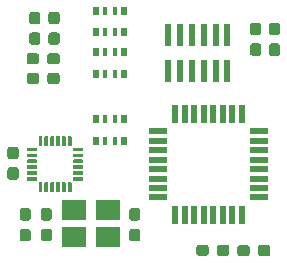
<source format=gtp>
%MOIN*%
%OFA0B0*%
%FSLAX46Y46*%
%IPPOS*%
%LPD*%
%ADD10C,0.0039370078740157488*%
%ADD11C,0.011811023622047244*%
%ADD12R,0.082677165354330714X0.070866141732283464*%
%ADD13R,0.062992125984251982X0.021653543307086617*%
%ADD14R,0.021653543307086617X0.062992125984251982*%
%ADD15R,0.01968503937007874X0.031496062992125991*%
%ADD16R,0.015748031496062995X0.031496062992125991*%
%ADD17C,0.037401574803149609*%
%ADD18R,0.01968503937007874X0.072834645669291348*%
%LPD*%
G04 next file*
%LPD*%
G04 #@! TF.GenerationSoftware,KiCad,Pcbnew,(5.1.2)-1*
G04 #@! TF.CreationDate,2019-11-08T13:50:46+05:30*
G04 #@! TF.ProjectId,TALK,54414c4b-2e6b-4696-9361-645f70636258,rev?*
G04 #@! TF.SameCoordinates,Original*
G04 #@! TF.FileFunction,Paste,Top*
G04 #@! TF.FilePolarity,Positive*
G04 Gerber Fmt 4.6, Leading zero omitted, Abs format (unit mm)*
G04 Created by KiCad (PCBNEW (5.1.2)-1) date 2019-11-08 13:50:46*
G04 APERTURE LIST*
G04 APERTURE END LIST*
D10*
G36*
X0001452612Y0002949040D02*
G01*
X0001452898Y0002948998D01*
X0001453179Y0002948927D01*
X0001453452Y0002948830D01*
X0001453714Y0002948706D01*
X0001453963Y0002948557D01*
X0001454195Y0002948384D01*
X0001454410Y0002948190D01*
X0001454605Y0002947975D01*
X0001454777Y0002947742D01*
X0001454926Y0002947494D01*
X0001455050Y0002947232D01*
X0001455148Y0002946959D01*
X0001455218Y0002946678D01*
X0001455261Y0002946391D01*
X0001455275Y0002946102D01*
X0001455275Y0002918543D01*
X0001455261Y0002918253D01*
X0001455218Y0002917967D01*
X0001455148Y0002917686D01*
X0001455050Y0002917413D01*
X0001454926Y0002917151D01*
X0001454777Y0002916902D01*
X0001454605Y0002916670D01*
X0001454410Y0002916455D01*
X0001454195Y0002916260D01*
X0001453963Y0002916088D01*
X0001453714Y0002915939D01*
X0001453452Y0002915815D01*
X0001453179Y0002915717D01*
X0001452898Y0002915647D01*
X0001452612Y0002915604D01*
X0001452322Y0002915590D01*
X0001446417Y0002915590D01*
X0001446127Y0002915604D01*
X0001445841Y0002915647D01*
X0001445560Y0002915717D01*
X0001445287Y0002915815D01*
X0001445025Y0002915939D01*
X0001444776Y0002916088D01*
X0001444544Y0002916260D01*
X0001444329Y0002916455D01*
X0001444134Y0002916670D01*
X0001443962Y0002916902D01*
X0001443813Y0002917151D01*
X0001443689Y0002917413D01*
X0001443591Y0002917686D01*
X0001443521Y0002917967D01*
X0001443478Y0002918253D01*
X0001443464Y0002918543D01*
X0001443464Y0002946102D01*
X0001443478Y0002946391D01*
X0001443521Y0002946678D01*
X0001443591Y0002946959D01*
X0001443689Y0002947232D01*
X0001443813Y0002947494D01*
X0001443962Y0002947742D01*
X0001444134Y0002947975D01*
X0001444329Y0002948190D01*
X0001444544Y0002948384D01*
X0001444776Y0002948557D01*
X0001445025Y0002948706D01*
X0001445287Y0002948830D01*
X0001445560Y0002948927D01*
X0001445841Y0002948998D01*
X0001446127Y0002949040D01*
X0001446417Y0002949055D01*
X0001452322Y0002949055D01*
X0001452612Y0002949040D01*
X0001452612Y0002949040D01*
G37*
D11*
X0001449370Y0002932322D03*
D10*
G36*
X0001472297Y0002949040D02*
G01*
X0001472583Y0002948998D01*
X0001472864Y0002948927D01*
X0001473137Y0002948830D01*
X0001473399Y0002948706D01*
X0001473648Y0002948557D01*
X0001473881Y0002948384D01*
X0001474095Y0002948190D01*
X0001474290Y0002947975D01*
X0001474462Y0002947742D01*
X0001474611Y0002947494D01*
X0001474735Y0002947232D01*
X0001474833Y0002946959D01*
X0001474903Y0002946678D01*
X0001474946Y0002946391D01*
X0001474960Y0002946102D01*
X0001474960Y0002918543D01*
X0001474946Y0002918253D01*
X0001474903Y0002917967D01*
X0001474833Y0002917686D01*
X0001474735Y0002917413D01*
X0001474611Y0002917151D01*
X0001474462Y0002916902D01*
X0001474290Y0002916670D01*
X0001474095Y0002916455D01*
X0001473881Y0002916260D01*
X0001473648Y0002916088D01*
X0001473399Y0002915939D01*
X0001473137Y0002915815D01*
X0001472864Y0002915717D01*
X0001472583Y0002915647D01*
X0001472297Y0002915604D01*
X0001472007Y0002915590D01*
X0001466102Y0002915590D01*
X0001465812Y0002915604D01*
X0001465526Y0002915647D01*
X0001465245Y0002915717D01*
X0001464972Y0002915815D01*
X0001464710Y0002915939D01*
X0001464461Y0002916088D01*
X0001464229Y0002916260D01*
X0001464014Y0002916455D01*
X0001463819Y0002916670D01*
X0001463647Y0002916902D01*
X0001463498Y0002917151D01*
X0001463374Y0002917413D01*
X0001463276Y0002917686D01*
X0001463206Y0002917967D01*
X0001463163Y0002918253D01*
X0001463149Y0002918543D01*
X0001463149Y0002946102D01*
X0001463163Y0002946391D01*
X0001463206Y0002946678D01*
X0001463276Y0002946959D01*
X0001463374Y0002947232D01*
X0001463498Y0002947494D01*
X0001463647Y0002947742D01*
X0001463819Y0002947975D01*
X0001464014Y0002948190D01*
X0001464229Y0002948384D01*
X0001464461Y0002948557D01*
X0001464710Y0002948706D01*
X0001464972Y0002948830D01*
X0001465245Y0002948927D01*
X0001465526Y0002948998D01*
X0001465812Y0002949040D01*
X0001466102Y0002949055D01*
X0001472007Y0002949055D01*
X0001472297Y0002949040D01*
X0001472297Y0002949040D01*
G37*
D11*
X0001469055Y0002932322D03*
D10*
G36*
X0001491982Y0002949040D02*
G01*
X0001492268Y0002948998D01*
X0001492550Y0002948927D01*
X0001492822Y0002948830D01*
X0001493084Y0002948706D01*
X0001493333Y0002948557D01*
X0001493566Y0002948384D01*
X0001493780Y0002948190D01*
X0001493975Y0002947975D01*
X0001494147Y0002947742D01*
X0001494296Y0002947494D01*
X0001494420Y0002947232D01*
X0001494518Y0002946959D01*
X0001494588Y0002946678D01*
X0001494631Y0002946391D01*
X0001494645Y0002946102D01*
X0001494645Y0002918543D01*
X0001494631Y0002918253D01*
X0001494588Y0002917967D01*
X0001494518Y0002917686D01*
X0001494420Y0002917413D01*
X0001494296Y0002917151D01*
X0001494147Y0002916902D01*
X0001493975Y0002916670D01*
X0001493780Y0002916455D01*
X0001493566Y0002916260D01*
X0001493333Y0002916088D01*
X0001493084Y0002915939D01*
X0001492822Y0002915815D01*
X0001492550Y0002915717D01*
X0001492268Y0002915647D01*
X0001491982Y0002915604D01*
X0001491692Y0002915590D01*
X0001485787Y0002915590D01*
X0001485497Y0002915604D01*
X0001485211Y0002915647D01*
X0001484930Y0002915717D01*
X0001484657Y0002915815D01*
X0001484395Y0002915939D01*
X0001484146Y0002916088D01*
X0001483914Y0002916260D01*
X0001483699Y0002916455D01*
X0001483504Y0002916670D01*
X0001483332Y0002916902D01*
X0001483183Y0002917151D01*
X0001483059Y0002917413D01*
X0001482961Y0002917686D01*
X0001482891Y0002917967D01*
X0001482848Y0002918253D01*
X0001482834Y0002918543D01*
X0001482834Y0002946102D01*
X0001482848Y0002946391D01*
X0001482891Y0002946678D01*
X0001482961Y0002946959D01*
X0001483059Y0002947232D01*
X0001483183Y0002947494D01*
X0001483332Y0002947742D01*
X0001483504Y0002947975D01*
X0001483699Y0002948190D01*
X0001483914Y0002948384D01*
X0001484146Y0002948557D01*
X0001484395Y0002948706D01*
X0001484657Y0002948830D01*
X0001484930Y0002948927D01*
X0001485211Y0002948998D01*
X0001485497Y0002949040D01*
X0001485787Y0002949055D01*
X0001491692Y0002949055D01*
X0001491982Y0002949040D01*
X0001491982Y0002949040D01*
G37*
D11*
X0001488740Y0002932322D03*
D10*
G36*
X0001511667Y0002949040D02*
G01*
X0001511953Y0002948998D01*
X0001512235Y0002948927D01*
X0001512507Y0002948830D01*
X0001512769Y0002948706D01*
X0001513018Y0002948557D01*
X0001513251Y0002948384D01*
X0001513465Y0002948190D01*
X0001513660Y0002947975D01*
X0001513833Y0002947742D01*
X0001513982Y0002947494D01*
X0001514105Y0002947232D01*
X0001514203Y0002946959D01*
X0001514273Y0002946678D01*
X0001514316Y0002946391D01*
X0001514330Y0002946102D01*
X0001514330Y0002918543D01*
X0001514316Y0002918253D01*
X0001514273Y0002917967D01*
X0001514203Y0002917686D01*
X0001514105Y0002917413D01*
X0001513982Y0002917151D01*
X0001513833Y0002916902D01*
X0001513660Y0002916670D01*
X0001513465Y0002916455D01*
X0001513251Y0002916260D01*
X0001513018Y0002916088D01*
X0001512769Y0002915939D01*
X0001512507Y0002915815D01*
X0001512235Y0002915717D01*
X0001511953Y0002915647D01*
X0001511667Y0002915604D01*
X0001511377Y0002915590D01*
X0001505472Y0002915590D01*
X0001505183Y0002915604D01*
X0001504896Y0002915647D01*
X0001504615Y0002915717D01*
X0001504342Y0002915815D01*
X0001504080Y0002915939D01*
X0001503831Y0002916088D01*
X0001503599Y0002916260D01*
X0001503384Y0002916455D01*
X0001503189Y0002916670D01*
X0001503017Y0002916902D01*
X0001502868Y0002917151D01*
X0001502744Y0002917413D01*
X0001502646Y0002917686D01*
X0001502576Y0002917967D01*
X0001502533Y0002918253D01*
X0001502519Y0002918543D01*
X0001502519Y0002946102D01*
X0001502533Y0002946391D01*
X0001502576Y0002946678D01*
X0001502646Y0002946959D01*
X0001502744Y0002947232D01*
X0001502868Y0002947494D01*
X0001503017Y0002947742D01*
X0001503189Y0002947975D01*
X0001503384Y0002948190D01*
X0001503599Y0002948384D01*
X0001503831Y0002948557D01*
X0001504080Y0002948706D01*
X0001504342Y0002948830D01*
X0001504615Y0002948927D01*
X0001504896Y0002948998D01*
X0001505183Y0002949040D01*
X0001505472Y0002949055D01*
X0001511377Y0002949055D01*
X0001511667Y0002949040D01*
X0001511667Y0002949040D01*
G37*
D11*
X0001508425Y0002932322D03*
D10*
G36*
X0001531352Y0002949040D02*
G01*
X0001531639Y0002948998D01*
X0001531920Y0002948927D01*
X0001532192Y0002948830D01*
X0001532454Y0002948706D01*
X0001532703Y0002948557D01*
X0001532936Y0002948384D01*
X0001533150Y0002948190D01*
X0001533345Y0002947975D01*
X0001533518Y0002947742D01*
X0001533667Y0002947494D01*
X0001533790Y0002947232D01*
X0001533888Y0002946959D01*
X0001533959Y0002946678D01*
X0001534001Y0002946391D01*
X0001534015Y0002946102D01*
X0001534015Y0002918543D01*
X0001534001Y0002918253D01*
X0001533959Y0002917967D01*
X0001533888Y0002917686D01*
X0001533790Y0002917413D01*
X0001533667Y0002917151D01*
X0001533518Y0002916902D01*
X0001533345Y0002916670D01*
X0001533150Y0002916455D01*
X0001532936Y0002916260D01*
X0001532703Y0002916088D01*
X0001532454Y0002915939D01*
X0001532192Y0002915815D01*
X0001531920Y0002915717D01*
X0001531639Y0002915647D01*
X0001531352Y0002915604D01*
X0001531062Y0002915590D01*
X0001525157Y0002915590D01*
X0001524868Y0002915604D01*
X0001524581Y0002915647D01*
X0001524300Y0002915717D01*
X0001524027Y0002915815D01*
X0001523765Y0002915939D01*
X0001523516Y0002916088D01*
X0001523284Y0002916260D01*
X0001523069Y0002916455D01*
X0001522874Y0002916670D01*
X0001522702Y0002916902D01*
X0001522553Y0002917151D01*
X0001522429Y0002917413D01*
X0001522331Y0002917686D01*
X0001522261Y0002917967D01*
X0001522218Y0002918253D01*
X0001522204Y0002918543D01*
X0001522204Y0002946102D01*
X0001522218Y0002946391D01*
X0001522261Y0002946678D01*
X0001522331Y0002946959D01*
X0001522429Y0002947232D01*
X0001522553Y0002947494D01*
X0001522702Y0002947742D01*
X0001522874Y0002947975D01*
X0001523069Y0002948190D01*
X0001523284Y0002948384D01*
X0001523516Y0002948557D01*
X0001523765Y0002948706D01*
X0001524027Y0002948830D01*
X0001524300Y0002948927D01*
X0001524581Y0002948998D01*
X0001524868Y0002949040D01*
X0001525157Y0002949055D01*
X0001531062Y0002949055D01*
X0001531352Y0002949040D01*
X0001531352Y0002949040D01*
G37*
D11*
X0001528110Y0002932322D03*
D10*
G36*
X0001551037Y0002949040D02*
G01*
X0001551324Y0002948998D01*
X0001551605Y0002948927D01*
X0001551877Y0002948830D01*
X0001552139Y0002948706D01*
X0001552388Y0002948557D01*
X0001552621Y0002948384D01*
X0001552835Y0002948190D01*
X0001553030Y0002947975D01*
X0001553203Y0002947742D01*
X0001553352Y0002947494D01*
X0001553476Y0002947232D01*
X0001553573Y0002946959D01*
X0001553644Y0002946678D01*
X0001553686Y0002946391D01*
X0001553700Y0002946102D01*
X0001553700Y0002918543D01*
X0001553686Y0002918253D01*
X0001553644Y0002917967D01*
X0001553573Y0002917686D01*
X0001553476Y0002917413D01*
X0001553352Y0002917151D01*
X0001553203Y0002916902D01*
X0001553030Y0002916670D01*
X0001552835Y0002916455D01*
X0001552621Y0002916260D01*
X0001552388Y0002916088D01*
X0001552139Y0002915939D01*
X0001551877Y0002915815D01*
X0001551605Y0002915717D01*
X0001551324Y0002915647D01*
X0001551037Y0002915604D01*
X0001550748Y0002915590D01*
X0001544842Y0002915590D01*
X0001544553Y0002915604D01*
X0001544266Y0002915647D01*
X0001543985Y0002915717D01*
X0001543712Y0002915815D01*
X0001543450Y0002915939D01*
X0001543202Y0002916088D01*
X0001542969Y0002916260D01*
X0001542754Y0002916455D01*
X0001542560Y0002916670D01*
X0001542387Y0002916902D01*
X0001542238Y0002917151D01*
X0001542114Y0002917413D01*
X0001542016Y0002917686D01*
X0001541946Y0002917967D01*
X0001541903Y0002918253D01*
X0001541889Y0002918543D01*
X0001541889Y0002946102D01*
X0001541903Y0002946391D01*
X0001541946Y0002946678D01*
X0001542016Y0002946959D01*
X0001542114Y0002947232D01*
X0001542238Y0002947494D01*
X0001542387Y0002947742D01*
X0001542560Y0002947975D01*
X0001542754Y0002948190D01*
X0001542969Y0002948384D01*
X0001543202Y0002948557D01*
X0001543450Y0002948706D01*
X0001543712Y0002948830D01*
X0001543985Y0002948927D01*
X0001544266Y0002948998D01*
X0001544553Y0002949040D01*
X0001544842Y0002949055D01*
X0001550748Y0002949055D01*
X0001551037Y0002949040D01*
X0001551037Y0002949040D01*
G37*
D11*
X0001547795Y0002932322D03*
D10*
G36*
X0001589423Y0002910655D02*
G01*
X0001589709Y0002910612D01*
X0001589990Y0002910542D01*
X0001590263Y0002910444D01*
X0001590525Y0002910320D01*
X0001590774Y0002910171D01*
X0001591007Y0002909999D01*
X0001591221Y0002909804D01*
X0001591416Y0002909589D01*
X0001591588Y0002909357D01*
X0001591737Y0002909108D01*
X0001591861Y0002908846D01*
X0001591959Y0002908573D01*
X0001592029Y0002908292D01*
X0001592072Y0002908005D01*
X0001592086Y0002907716D01*
X0001592086Y0002901811D01*
X0001592072Y0002901521D01*
X0001592029Y0002901234D01*
X0001591959Y0002900953D01*
X0001591861Y0002900681D01*
X0001591737Y0002900419D01*
X0001591588Y0002900170D01*
X0001591416Y0002899937D01*
X0001591221Y0002899723D01*
X0001591007Y0002899528D01*
X0001590774Y0002899355D01*
X0001590525Y0002899206D01*
X0001590263Y0002899083D01*
X0001589990Y0002898985D01*
X0001589709Y0002898915D01*
X0001589423Y0002898872D01*
X0001589133Y0002898858D01*
X0001561574Y0002898858D01*
X0001561285Y0002898872D01*
X0001560998Y0002898915D01*
X0001560717Y0002898985D01*
X0001560444Y0002899083D01*
X0001560182Y0002899206D01*
X0001559934Y0002899355D01*
X0001559701Y0002899528D01*
X0001559486Y0002899723D01*
X0001559292Y0002899937D01*
X0001559119Y0002900170D01*
X0001558970Y0002900419D01*
X0001558846Y0002900681D01*
X0001558749Y0002900953D01*
X0001558678Y0002901234D01*
X0001558636Y0002901521D01*
X0001558622Y0002901811D01*
X0001558622Y0002907716D01*
X0001558636Y0002908005D01*
X0001558678Y0002908292D01*
X0001558749Y0002908573D01*
X0001558846Y0002908846D01*
X0001558970Y0002909108D01*
X0001559119Y0002909357D01*
X0001559292Y0002909589D01*
X0001559486Y0002909804D01*
X0001559701Y0002909999D01*
X0001559934Y0002910171D01*
X0001560182Y0002910320D01*
X0001560444Y0002910444D01*
X0001560717Y0002910542D01*
X0001560998Y0002910612D01*
X0001561285Y0002910655D01*
X0001561574Y0002910669D01*
X0001589133Y0002910669D01*
X0001589423Y0002910655D01*
X0001589423Y0002910655D01*
G37*
D11*
X0001575354Y0002904763D03*
D10*
G36*
X0001589423Y0002890970D02*
G01*
X0001589709Y0002890927D01*
X0001589990Y0002890857D01*
X0001590263Y0002890759D01*
X0001590525Y0002890635D01*
X0001590774Y0002890486D01*
X0001591007Y0002890314D01*
X0001591221Y0002890119D01*
X0001591416Y0002889904D01*
X0001591588Y0002889671D01*
X0001591737Y0002889423D01*
X0001591861Y0002889161D01*
X0001591959Y0002888888D01*
X0001592029Y0002888607D01*
X0001592072Y0002888320D01*
X0001592086Y0002888031D01*
X0001592086Y0002882125D01*
X0001592072Y0002881836D01*
X0001592029Y0002881549D01*
X0001591959Y0002881268D01*
X0001591861Y0002880996D01*
X0001591737Y0002880734D01*
X0001591588Y0002880485D01*
X0001591416Y0002880252D01*
X0001591221Y0002880038D01*
X0001591007Y0002879843D01*
X0001590774Y0002879670D01*
X0001590525Y0002879521D01*
X0001590263Y0002879397D01*
X0001589990Y0002879300D01*
X0001589709Y0002879229D01*
X0001589423Y0002879187D01*
X0001589133Y0002879173D01*
X0001561574Y0002879173D01*
X0001561285Y0002879187D01*
X0001560998Y0002879229D01*
X0001560717Y0002879300D01*
X0001560444Y0002879397D01*
X0001560182Y0002879521D01*
X0001559934Y0002879670D01*
X0001559701Y0002879843D01*
X0001559486Y0002880038D01*
X0001559292Y0002880252D01*
X0001559119Y0002880485D01*
X0001558970Y0002880734D01*
X0001558846Y0002880996D01*
X0001558749Y0002881268D01*
X0001558678Y0002881549D01*
X0001558636Y0002881836D01*
X0001558622Y0002882125D01*
X0001558622Y0002888031D01*
X0001558636Y0002888320D01*
X0001558678Y0002888607D01*
X0001558749Y0002888888D01*
X0001558846Y0002889161D01*
X0001558970Y0002889423D01*
X0001559119Y0002889671D01*
X0001559292Y0002889904D01*
X0001559486Y0002890119D01*
X0001559701Y0002890314D01*
X0001559934Y0002890486D01*
X0001560182Y0002890635D01*
X0001560444Y0002890759D01*
X0001560717Y0002890857D01*
X0001560998Y0002890927D01*
X0001561285Y0002890970D01*
X0001561574Y0002890984D01*
X0001589133Y0002890984D01*
X0001589423Y0002890970D01*
X0001589423Y0002890970D01*
G37*
D11*
X0001575354Y0002885078D03*
D10*
G36*
X0001589423Y0002871285D02*
G01*
X0001589709Y0002871242D01*
X0001589990Y0002871172D01*
X0001590263Y0002871074D01*
X0001590525Y0002870950D01*
X0001590774Y0002870801D01*
X0001591007Y0002870628D01*
X0001591221Y0002870434D01*
X0001591416Y0002870219D01*
X0001591588Y0002869986D01*
X0001591737Y0002869738D01*
X0001591861Y0002869476D01*
X0001591959Y0002869203D01*
X0001592029Y0002868922D01*
X0001592072Y0002868635D01*
X0001592086Y0002868346D01*
X0001592086Y0002862440D01*
X0001592072Y0002862151D01*
X0001592029Y0002861864D01*
X0001591959Y0002861583D01*
X0001591861Y0002861310D01*
X0001591737Y0002861049D01*
X0001591588Y0002860800D01*
X0001591416Y0002860567D01*
X0001591221Y0002860353D01*
X0001591007Y0002860158D01*
X0001590774Y0002859985D01*
X0001590525Y0002859836D01*
X0001590263Y0002859712D01*
X0001589990Y0002859615D01*
X0001589709Y0002859544D01*
X0001589423Y0002859502D01*
X0001589133Y0002859488D01*
X0001561574Y0002859488D01*
X0001561285Y0002859502D01*
X0001560998Y0002859544D01*
X0001560717Y0002859615D01*
X0001560444Y0002859712D01*
X0001560182Y0002859836D01*
X0001559934Y0002859985D01*
X0001559701Y0002860158D01*
X0001559486Y0002860353D01*
X0001559292Y0002860567D01*
X0001559119Y0002860800D01*
X0001558970Y0002861049D01*
X0001558846Y0002861310D01*
X0001558749Y0002861583D01*
X0001558678Y0002861864D01*
X0001558636Y0002862151D01*
X0001558622Y0002862440D01*
X0001558622Y0002868346D01*
X0001558636Y0002868635D01*
X0001558678Y0002868922D01*
X0001558749Y0002869203D01*
X0001558846Y0002869476D01*
X0001558970Y0002869738D01*
X0001559119Y0002869986D01*
X0001559292Y0002870219D01*
X0001559486Y0002870434D01*
X0001559701Y0002870628D01*
X0001559934Y0002870801D01*
X0001560182Y0002870950D01*
X0001560444Y0002871074D01*
X0001560717Y0002871172D01*
X0001560998Y0002871242D01*
X0001561285Y0002871285D01*
X0001561574Y0002871299D01*
X0001589133Y0002871299D01*
X0001589423Y0002871285D01*
X0001589423Y0002871285D01*
G37*
D11*
X0001575354Y0002865393D03*
D10*
G36*
X0001589423Y0002851599D02*
G01*
X0001589709Y0002851557D01*
X0001589990Y0002851487D01*
X0001590263Y0002851389D01*
X0001590525Y0002851265D01*
X0001590774Y0002851116D01*
X0001591007Y0002850943D01*
X0001591221Y0002850749D01*
X0001591416Y0002850534D01*
X0001591588Y0002850301D01*
X0001591737Y0002850053D01*
X0001591861Y0002849791D01*
X0001591959Y0002849518D01*
X0001592029Y0002849237D01*
X0001592072Y0002848950D01*
X0001592086Y0002848661D01*
X0001592086Y0002842755D01*
X0001592072Y0002842466D01*
X0001592029Y0002842179D01*
X0001591959Y0002841898D01*
X0001591861Y0002841625D01*
X0001591737Y0002841363D01*
X0001591588Y0002841115D01*
X0001591416Y0002840882D01*
X0001591221Y0002840667D01*
X0001591007Y0002840473D01*
X0001590774Y0002840300D01*
X0001590525Y0002840151D01*
X0001590263Y0002840027D01*
X0001589990Y0002839930D01*
X0001589709Y0002839859D01*
X0001589423Y0002839817D01*
X0001589133Y0002839803D01*
X0001561574Y0002839803D01*
X0001561285Y0002839817D01*
X0001560998Y0002839859D01*
X0001560717Y0002839930D01*
X0001560444Y0002840027D01*
X0001560182Y0002840151D01*
X0001559934Y0002840300D01*
X0001559701Y0002840473D01*
X0001559486Y0002840667D01*
X0001559292Y0002840882D01*
X0001559119Y0002841115D01*
X0001558970Y0002841363D01*
X0001558846Y0002841625D01*
X0001558749Y0002841898D01*
X0001558678Y0002842179D01*
X0001558636Y0002842466D01*
X0001558622Y0002842755D01*
X0001558622Y0002848661D01*
X0001558636Y0002848950D01*
X0001558678Y0002849237D01*
X0001558749Y0002849518D01*
X0001558846Y0002849791D01*
X0001558970Y0002850053D01*
X0001559119Y0002850301D01*
X0001559292Y0002850534D01*
X0001559486Y0002850749D01*
X0001559701Y0002850943D01*
X0001559934Y0002851116D01*
X0001560182Y0002851265D01*
X0001560444Y0002851389D01*
X0001560717Y0002851487D01*
X0001560998Y0002851557D01*
X0001561285Y0002851599D01*
X0001561574Y0002851614D01*
X0001589133Y0002851614D01*
X0001589423Y0002851599D01*
X0001589423Y0002851599D01*
G37*
D11*
X0001575354Y0002845708D03*
D10*
G36*
X0001589423Y0002831914D02*
G01*
X0001589709Y0002831872D01*
X0001589990Y0002831802D01*
X0001590263Y0002831704D01*
X0001590525Y0002831580D01*
X0001590774Y0002831431D01*
X0001591007Y0002831258D01*
X0001591221Y0002831064D01*
X0001591416Y0002830849D01*
X0001591588Y0002830616D01*
X0001591737Y0002830368D01*
X0001591861Y0002830106D01*
X0001591959Y0002829833D01*
X0001592029Y0002829552D01*
X0001592072Y0002829265D01*
X0001592086Y0002828976D01*
X0001592086Y0002823070D01*
X0001592072Y0002822781D01*
X0001592029Y0002822494D01*
X0001591959Y0002822213D01*
X0001591861Y0002821940D01*
X0001591737Y0002821678D01*
X0001591588Y0002821430D01*
X0001591416Y0002821197D01*
X0001591221Y0002820982D01*
X0001591007Y0002820788D01*
X0001590774Y0002820615D01*
X0001590525Y0002820466D01*
X0001590263Y0002820342D01*
X0001589990Y0002820245D01*
X0001589709Y0002820174D01*
X0001589423Y0002820132D01*
X0001589133Y0002820118D01*
X0001561574Y0002820118D01*
X0001561285Y0002820132D01*
X0001560998Y0002820174D01*
X0001560717Y0002820245D01*
X0001560444Y0002820342D01*
X0001560182Y0002820466D01*
X0001559934Y0002820615D01*
X0001559701Y0002820788D01*
X0001559486Y0002820982D01*
X0001559292Y0002821197D01*
X0001559119Y0002821430D01*
X0001558970Y0002821678D01*
X0001558846Y0002821940D01*
X0001558749Y0002822213D01*
X0001558678Y0002822494D01*
X0001558636Y0002822781D01*
X0001558622Y0002823070D01*
X0001558622Y0002828976D01*
X0001558636Y0002829265D01*
X0001558678Y0002829552D01*
X0001558749Y0002829833D01*
X0001558846Y0002830106D01*
X0001558970Y0002830368D01*
X0001559119Y0002830616D01*
X0001559292Y0002830849D01*
X0001559486Y0002831064D01*
X0001559701Y0002831258D01*
X0001559934Y0002831431D01*
X0001560182Y0002831580D01*
X0001560444Y0002831704D01*
X0001560717Y0002831802D01*
X0001560998Y0002831872D01*
X0001561285Y0002831914D01*
X0001561574Y0002831929D01*
X0001589133Y0002831929D01*
X0001589423Y0002831914D01*
X0001589423Y0002831914D01*
G37*
D11*
X0001575354Y0002826023D03*
D10*
G36*
X0001589423Y0002812229D02*
G01*
X0001589709Y0002812187D01*
X0001589990Y0002812116D01*
X0001590263Y0002812019D01*
X0001590525Y0002811895D01*
X0001590774Y0002811746D01*
X0001591007Y0002811573D01*
X0001591221Y0002811379D01*
X0001591416Y0002811164D01*
X0001591588Y0002810931D01*
X0001591737Y0002810683D01*
X0001591861Y0002810421D01*
X0001591959Y0002810148D01*
X0001592029Y0002809867D01*
X0001592072Y0002809580D01*
X0001592086Y0002809291D01*
X0001592086Y0002803385D01*
X0001592072Y0002803096D01*
X0001592029Y0002802809D01*
X0001591959Y0002802528D01*
X0001591861Y0002802255D01*
X0001591737Y0002801993D01*
X0001591588Y0002801745D01*
X0001591416Y0002801512D01*
X0001591221Y0002801297D01*
X0001591007Y0002801103D01*
X0001590774Y0002800930D01*
X0001590525Y0002800781D01*
X0001590263Y0002800657D01*
X0001589990Y0002800560D01*
X0001589709Y0002800489D01*
X0001589423Y0002800447D01*
X0001589133Y0002800433D01*
X0001561574Y0002800433D01*
X0001561285Y0002800447D01*
X0001560998Y0002800489D01*
X0001560717Y0002800560D01*
X0001560444Y0002800657D01*
X0001560182Y0002800781D01*
X0001559934Y0002800930D01*
X0001559701Y0002801103D01*
X0001559486Y0002801297D01*
X0001559292Y0002801512D01*
X0001559119Y0002801745D01*
X0001558970Y0002801993D01*
X0001558846Y0002802255D01*
X0001558749Y0002802528D01*
X0001558678Y0002802809D01*
X0001558636Y0002803096D01*
X0001558622Y0002803385D01*
X0001558622Y0002809291D01*
X0001558636Y0002809580D01*
X0001558678Y0002809867D01*
X0001558749Y0002810148D01*
X0001558846Y0002810421D01*
X0001558970Y0002810683D01*
X0001559119Y0002810931D01*
X0001559292Y0002811164D01*
X0001559486Y0002811379D01*
X0001559701Y0002811573D01*
X0001559934Y0002811746D01*
X0001560182Y0002811895D01*
X0001560444Y0002812019D01*
X0001560717Y0002812116D01*
X0001560998Y0002812187D01*
X0001561285Y0002812229D01*
X0001561574Y0002812244D01*
X0001589133Y0002812244D01*
X0001589423Y0002812229D01*
X0001589423Y0002812229D01*
G37*
D11*
X0001575354Y0002806338D03*
D10*
G36*
X0001551037Y0002795497D02*
G01*
X0001551324Y0002795455D01*
X0001551605Y0002795384D01*
X0001551877Y0002795287D01*
X0001552139Y0002795163D01*
X0001552388Y0002795014D01*
X0001552621Y0002794841D01*
X0001552835Y0002794646D01*
X0001553030Y0002794432D01*
X0001553203Y0002794199D01*
X0001553352Y0002793950D01*
X0001553476Y0002793689D01*
X0001553573Y0002793416D01*
X0001553644Y0002793135D01*
X0001553686Y0002792848D01*
X0001553700Y0002792559D01*
X0001553700Y0002765000D01*
X0001553686Y0002764710D01*
X0001553644Y0002764423D01*
X0001553573Y0002764142D01*
X0001553476Y0002763870D01*
X0001553352Y0002763608D01*
X0001553203Y0002763359D01*
X0001553030Y0002763126D01*
X0001552835Y0002762912D01*
X0001552621Y0002762717D01*
X0001552388Y0002762544D01*
X0001552139Y0002762395D01*
X0001551877Y0002762272D01*
X0001551605Y0002762174D01*
X0001551324Y0002762103D01*
X0001551037Y0002762061D01*
X0001550748Y0002762047D01*
X0001544842Y0002762047D01*
X0001544553Y0002762061D01*
X0001544266Y0002762103D01*
X0001543985Y0002762174D01*
X0001543712Y0002762272D01*
X0001543450Y0002762395D01*
X0001543202Y0002762544D01*
X0001542969Y0002762717D01*
X0001542754Y0002762912D01*
X0001542560Y0002763126D01*
X0001542387Y0002763359D01*
X0001542238Y0002763608D01*
X0001542114Y0002763870D01*
X0001542016Y0002764142D01*
X0001541946Y0002764423D01*
X0001541903Y0002764710D01*
X0001541889Y0002765000D01*
X0001541889Y0002792559D01*
X0001541903Y0002792848D01*
X0001541946Y0002793135D01*
X0001542016Y0002793416D01*
X0001542114Y0002793689D01*
X0001542238Y0002793950D01*
X0001542387Y0002794199D01*
X0001542560Y0002794432D01*
X0001542754Y0002794646D01*
X0001542969Y0002794841D01*
X0001543202Y0002795014D01*
X0001543450Y0002795163D01*
X0001543712Y0002795287D01*
X0001543985Y0002795384D01*
X0001544266Y0002795455D01*
X0001544553Y0002795497D01*
X0001544842Y0002795511D01*
X0001550748Y0002795511D01*
X0001551037Y0002795497D01*
X0001551037Y0002795497D01*
G37*
D11*
X0001547795Y0002778779D03*
D10*
G36*
X0001531352Y0002795497D02*
G01*
X0001531639Y0002795455D01*
X0001531920Y0002795384D01*
X0001532192Y0002795287D01*
X0001532454Y0002795163D01*
X0001532703Y0002795014D01*
X0001532936Y0002794841D01*
X0001533150Y0002794646D01*
X0001533345Y0002794432D01*
X0001533518Y0002794199D01*
X0001533667Y0002793950D01*
X0001533790Y0002793689D01*
X0001533888Y0002793416D01*
X0001533959Y0002793135D01*
X0001534001Y0002792848D01*
X0001534015Y0002792559D01*
X0001534015Y0002765000D01*
X0001534001Y0002764710D01*
X0001533959Y0002764423D01*
X0001533888Y0002764142D01*
X0001533790Y0002763870D01*
X0001533667Y0002763608D01*
X0001533518Y0002763359D01*
X0001533345Y0002763126D01*
X0001533150Y0002762912D01*
X0001532936Y0002762717D01*
X0001532703Y0002762544D01*
X0001532454Y0002762395D01*
X0001532192Y0002762272D01*
X0001531920Y0002762174D01*
X0001531639Y0002762103D01*
X0001531352Y0002762061D01*
X0001531062Y0002762047D01*
X0001525157Y0002762047D01*
X0001524868Y0002762061D01*
X0001524581Y0002762103D01*
X0001524300Y0002762174D01*
X0001524027Y0002762272D01*
X0001523765Y0002762395D01*
X0001523516Y0002762544D01*
X0001523284Y0002762717D01*
X0001523069Y0002762912D01*
X0001522874Y0002763126D01*
X0001522702Y0002763359D01*
X0001522553Y0002763608D01*
X0001522429Y0002763870D01*
X0001522331Y0002764142D01*
X0001522261Y0002764423D01*
X0001522218Y0002764710D01*
X0001522204Y0002765000D01*
X0001522204Y0002792559D01*
X0001522218Y0002792848D01*
X0001522261Y0002793135D01*
X0001522331Y0002793416D01*
X0001522429Y0002793689D01*
X0001522553Y0002793950D01*
X0001522702Y0002794199D01*
X0001522874Y0002794432D01*
X0001523069Y0002794646D01*
X0001523284Y0002794841D01*
X0001523516Y0002795014D01*
X0001523765Y0002795163D01*
X0001524027Y0002795287D01*
X0001524300Y0002795384D01*
X0001524581Y0002795455D01*
X0001524868Y0002795497D01*
X0001525157Y0002795511D01*
X0001531062Y0002795511D01*
X0001531352Y0002795497D01*
X0001531352Y0002795497D01*
G37*
D11*
X0001528110Y0002778779D03*
D10*
G36*
X0001511667Y0002795497D02*
G01*
X0001511953Y0002795455D01*
X0001512235Y0002795384D01*
X0001512507Y0002795287D01*
X0001512769Y0002795163D01*
X0001513018Y0002795014D01*
X0001513251Y0002794841D01*
X0001513465Y0002794646D01*
X0001513660Y0002794432D01*
X0001513833Y0002794199D01*
X0001513982Y0002793950D01*
X0001514105Y0002793689D01*
X0001514203Y0002793416D01*
X0001514273Y0002793135D01*
X0001514316Y0002792848D01*
X0001514330Y0002792559D01*
X0001514330Y0002765000D01*
X0001514316Y0002764710D01*
X0001514273Y0002764423D01*
X0001514203Y0002764142D01*
X0001514105Y0002763870D01*
X0001513982Y0002763608D01*
X0001513833Y0002763359D01*
X0001513660Y0002763126D01*
X0001513465Y0002762912D01*
X0001513251Y0002762717D01*
X0001513018Y0002762544D01*
X0001512769Y0002762395D01*
X0001512507Y0002762272D01*
X0001512235Y0002762174D01*
X0001511953Y0002762103D01*
X0001511667Y0002762061D01*
X0001511377Y0002762047D01*
X0001505472Y0002762047D01*
X0001505183Y0002762061D01*
X0001504896Y0002762103D01*
X0001504615Y0002762174D01*
X0001504342Y0002762272D01*
X0001504080Y0002762395D01*
X0001503831Y0002762544D01*
X0001503599Y0002762717D01*
X0001503384Y0002762912D01*
X0001503189Y0002763126D01*
X0001503017Y0002763359D01*
X0001502868Y0002763608D01*
X0001502744Y0002763870D01*
X0001502646Y0002764142D01*
X0001502576Y0002764423D01*
X0001502533Y0002764710D01*
X0001502519Y0002765000D01*
X0001502519Y0002792559D01*
X0001502533Y0002792848D01*
X0001502576Y0002793135D01*
X0001502646Y0002793416D01*
X0001502744Y0002793689D01*
X0001502868Y0002793950D01*
X0001503017Y0002794199D01*
X0001503189Y0002794432D01*
X0001503384Y0002794646D01*
X0001503599Y0002794841D01*
X0001503831Y0002795014D01*
X0001504080Y0002795163D01*
X0001504342Y0002795287D01*
X0001504615Y0002795384D01*
X0001504896Y0002795455D01*
X0001505183Y0002795497D01*
X0001505472Y0002795511D01*
X0001511377Y0002795511D01*
X0001511667Y0002795497D01*
X0001511667Y0002795497D01*
G37*
D11*
X0001508425Y0002778779D03*
D10*
G36*
X0001491982Y0002795497D02*
G01*
X0001492268Y0002795455D01*
X0001492550Y0002795384D01*
X0001492822Y0002795287D01*
X0001493084Y0002795163D01*
X0001493333Y0002795014D01*
X0001493566Y0002794841D01*
X0001493780Y0002794646D01*
X0001493975Y0002794432D01*
X0001494147Y0002794199D01*
X0001494296Y0002793950D01*
X0001494420Y0002793689D01*
X0001494518Y0002793416D01*
X0001494588Y0002793135D01*
X0001494631Y0002792848D01*
X0001494645Y0002792559D01*
X0001494645Y0002765000D01*
X0001494631Y0002764710D01*
X0001494588Y0002764423D01*
X0001494518Y0002764142D01*
X0001494420Y0002763870D01*
X0001494296Y0002763608D01*
X0001494147Y0002763359D01*
X0001493975Y0002763126D01*
X0001493780Y0002762912D01*
X0001493566Y0002762717D01*
X0001493333Y0002762544D01*
X0001493084Y0002762395D01*
X0001492822Y0002762272D01*
X0001492550Y0002762174D01*
X0001492268Y0002762103D01*
X0001491982Y0002762061D01*
X0001491692Y0002762047D01*
X0001485787Y0002762047D01*
X0001485497Y0002762061D01*
X0001485211Y0002762103D01*
X0001484930Y0002762174D01*
X0001484657Y0002762272D01*
X0001484395Y0002762395D01*
X0001484146Y0002762544D01*
X0001483914Y0002762717D01*
X0001483699Y0002762912D01*
X0001483504Y0002763126D01*
X0001483332Y0002763359D01*
X0001483183Y0002763608D01*
X0001483059Y0002763870D01*
X0001482961Y0002764142D01*
X0001482891Y0002764423D01*
X0001482848Y0002764710D01*
X0001482834Y0002765000D01*
X0001482834Y0002792559D01*
X0001482848Y0002792848D01*
X0001482891Y0002793135D01*
X0001482961Y0002793416D01*
X0001483059Y0002793689D01*
X0001483183Y0002793950D01*
X0001483332Y0002794199D01*
X0001483504Y0002794432D01*
X0001483699Y0002794646D01*
X0001483914Y0002794841D01*
X0001484146Y0002795014D01*
X0001484395Y0002795163D01*
X0001484657Y0002795287D01*
X0001484930Y0002795384D01*
X0001485211Y0002795455D01*
X0001485497Y0002795497D01*
X0001485787Y0002795511D01*
X0001491692Y0002795511D01*
X0001491982Y0002795497D01*
X0001491982Y0002795497D01*
G37*
D11*
X0001488740Y0002778779D03*
D10*
G36*
X0001472297Y0002795497D02*
G01*
X0001472583Y0002795455D01*
X0001472864Y0002795384D01*
X0001473137Y0002795287D01*
X0001473399Y0002795163D01*
X0001473648Y0002795014D01*
X0001473881Y0002794841D01*
X0001474095Y0002794646D01*
X0001474290Y0002794432D01*
X0001474462Y0002794199D01*
X0001474611Y0002793950D01*
X0001474735Y0002793689D01*
X0001474833Y0002793416D01*
X0001474903Y0002793135D01*
X0001474946Y0002792848D01*
X0001474960Y0002792559D01*
X0001474960Y0002765000D01*
X0001474946Y0002764710D01*
X0001474903Y0002764423D01*
X0001474833Y0002764142D01*
X0001474735Y0002763870D01*
X0001474611Y0002763608D01*
X0001474462Y0002763359D01*
X0001474290Y0002763126D01*
X0001474095Y0002762912D01*
X0001473881Y0002762717D01*
X0001473648Y0002762544D01*
X0001473399Y0002762395D01*
X0001473137Y0002762272D01*
X0001472864Y0002762174D01*
X0001472583Y0002762103D01*
X0001472297Y0002762061D01*
X0001472007Y0002762047D01*
X0001466102Y0002762047D01*
X0001465812Y0002762061D01*
X0001465526Y0002762103D01*
X0001465245Y0002762174D01*
X0001464972Y0002762272D01*
X0001464710Y0002762395D01*
X0001464461Y0002762544D01*
X0001464229Y0002762717D01*
X0001464014Y0002762912D01*
X0001463819Y0002763126D01*
X0001463647Y0002763359D01*
X0001463498Y0002763608D01*
X0001463374Y0002763870D01*
X0001463276Y0002764142D01*
X0001463206Y0002764423D01*
X0001463163Y0002764710D01*
X0001463149Y0002765000D01*
X0001463149Y0002792559D01*
X0001463163Y0002792848D01*
X0001463206Y0002793135D01*
X0001463276Y0002793416D01*
X0001463374Y0002793689D01*
X0001463498Y0002793950D01*
X0001463647Y0002794199D01*
X0001463819Y0002794432D01*
X0001464014Y0002794646D01*
X0001464229Y0002794841D01*
X0001464461Y0002795014D01*
X0001464710Y0002795163D01*
X0001464972Y0002795287D01*
X0001465245Y0002795384D01*
X0001465526Y0002795455D01*
X0001465812Y0002795497D01*
X0001466102Y0002795511D01*
X0001472007Y0002795511D01*
X0001472297Y0002795497D01*
X0001472297Y0002795497D01*
G37*
D11*
X0001469055Y0002778779D03*
D10*
G36*
X0001452612Y0002795497D02*
G01*
X0001452898Y0002795455D01*
X0001453179Y0002795384D01*
X0001453452Y0002795287D01*
X0001453714Y0002795163D01*
X0001453963Y0002795014D01*
X0001454195Y0002794841D01*
X0001454410Y0002794646D01*
X0001454605Y0002794432D01*
X0001454777Y0002794199D01*
X0001454926Y0002793950D01*
X0001455050Y0002793689D01*
X0001455148Y0002793416D01*
X0001455218Y0002793135D01*
X0001455261Y0002792848D01*
X0001455275Y0002792559D01*
X0001455275Y0002765000D01*
X0001455261Y0002764710D01*
X0001455218Y0002764423D01*
X0001455148Y0002764142D01*
X0001455050Y0002763870D01*
X0001454926Y0002763608D01*
X0001454777Y0002763359D01*
X0001454605Y0002763126D01*
X0001454410Y0002762912D01*
X0001454195Y0002762717D01*
X0001453963Y0002762544D01*
X0001453714Y0002762395D01*
X0001453452Y0002762272D01*
X0001453179Y0002762174D01*
X0001452898Y0002762103D01*
X0001452612Y0002762061D01*
X0001452322Y0002762047D01*
X0001446417Y0002762047D01*
X0001446127Y0002762061D01*
X0001445841Y0002762103D01*
X0001445560Y0002762174D01*
X0001445287Y0002762272D01*
X0001445025Y0002762395D01*
X0001444776Y0002762544D01*
X0001444544Y0002762717D01*
X0001444329Y0002762912D01*
X0001444134Y0002763126D01*
X0001443962Y0002763359D01*
X0001443813Y0002763608D01*
X0001443689Y0002763870D01*
X0001443591Y0002764142D01*
X0001443521Y0002764423D01*
X0001443478Y0002764710D01*
X0001443464Y0002765000D01*
X0001443464Y0002792559D01*
X0001443478Y0002792848D01*
X0001443521Y0002793135D01*
X0001443591Y0002793416D01*
X0001443689Y0002793689D01*
X0001443813Y0002793950D01*
X0001443962Y0002794199D01*
X0001444134Y0002794432D01*
X0001444329Y0002794646D01*
X0001444544Y0002794841D01*
X0001444776Y0002795014D01*
X0001445025Y0002795163D01*
X0001445287Y0002795287D01*
X0001445560Y0002795384D01*
X0001445841Y0002795455D01*
X0001446127Y0002795497D01*
X0001446417Y0002795511D01*
X0001452322Y0002795511D01*
X0001452612Y0002795497D01*
X0001452612Y0002795497D01*
G37*
D11*
X0001449370Y0002778779D03*
D10*
G36*
X0001435879Y0002812229D02*
G01*
X0001436166Y0002812187D01*
X0001436447Y0002812116D01*
X0001436720Y0002812019D01*
X0001436982Y0002811895D01*
X0001437230Y0002811746D01*
X0001437463Y0002811573D01*
X0001437678Y0002811379D01*
X0001437873Y0002811164D01*
X0001438045Y0002810931D01*
X0001438194Y0002810683D01*
X0001438318Y0002810421D01*
X0001438416Y0002810148D01*
X0001438486Y0002809867D01*
X0001438529Y0002809580D01*
X0001438543Y0002809291D01*
X0001438543Y0002803385D01*
X0001438529Y0002803096D01*
X0001438486Y0002802809D01*
X0001438416Y0002802528D01*
X0001438318Y0002802255D01*
X0001438194Y0002801993D01*
X0001438045Y0002801745D01*
X0001437873Y0002801512D01*
X0001437678Y0002801297D01*
X0001437463Y0002801103D01*
X0001437230Y0002800930D01*
X0001436982Y0002800781D01*
X0001436720Y0002800657D01*
X0001436447Y0002800560D01*
X0001436166Y0002800489D01*
X0001435879Y0002800447D01*
X0001435590Y0002800433D01*
X0001408031Y0002800433D01*
X0001407742Y0002800447D01*
X0001407455Y0002800489D01*
X0001407174Y0002800560D01*
X0001406901Y0002800657D01*
X0001406639Y0002800781D01*
X0001406390Y0002800930D01*
X0001406158Y0002801103D01*
X0001405943Y0002801297D01*
X0001405748Y0002801512D01*
X0001405576Y0002801745D01*
X0001405427Y0002801993D01*
X0001405303Y0002802255D01*
X0001405205Y0002802528D01*
X0001405135Y0002802809D01*
X0001405092Y0002803096D01*
X0001405078Y0002803385D01*
X0001405078Y0002809291D01*
X0001405092Y0002809580D01*
X0001405135Y0002809867D01*
X0001405205Y0002810148D01*
X0001405303Y0002810421D01*
X0001405427Y0002810683D01*
X0001405576Y0002810931D01*
X0001405748Y0002811164D01*
X0001405943Y0002811379D01*
X0001406158Y0002811573D01*
X0001406390Y0002811746D01*
X0001406639Y0002811895D01*
X0001406901Y0002812019D01*
X0001407174Y0002812116D01*
X0001407455Y0002812187D01*
X0001407742Y0002812229D01*
X0001408031Y0002812244D01*
X0001435590Y0002812244D01*
X0001435879Y0002812229D01*
X0001435879Y0002812229D01*
G37*
D11*
X0001421811Y0002806338D03*
D10*
G36*
X0001435879Y0002831914D02*
G01*
X0001436166Y0002831872D01*
X0001436447Y0002831802D01*
X0001436720Y0002831704D01*
X0001436982Y0002831580D01*
X0001437230Y0002831431D01*
X0001437463Y0002831258D01*
X0001437678Y0002831064D01*
X0001437873Y0002830849D01*
X0001438045Y0002830616D01*
X0001438194Y0002830368D01*
X0001438318Y0002830106D01*
X0001438416Y0002829833D01*
X0001438486Y0002829552D01*
X0001438529Y0002829265D01*
X0001438543Y0002828976D01*
X0001438543Y0002823070D01*
X0001438529Y0002822781D01*
X0001438486Y0002822494D01*
X0001438416Y0002822213D01*
X0001438318Y0002821940D01*
X0001438194Y0002821678D01*
X0001438045Y0002821430D01*
X0001437873Y0002821197D01*
X0001437678Y0002820982D01*
X0001437463Y0002820788D01*
X0001437230Y0002820615D01*
X0001436982Y0002820466D01*
X0001436720Y0002820342D01*
X0001436447Y0002820245D01*
X0001436166Y0002820174D01*
X0001435879Y0002820132D01*
X0001435590Y0002820118D01*
X0001408031Y0002820118D01*
X0001407742Y0002820132D01*
X0001407455Y0002820174D01*
X0001407174Y0002820245D01*
X0001406901Y0002820342D01*
X0001406639Y0002820466D01*
X0001406390Y0002820615D01*
X0001406158Y0002820788D01*
X0001405943Y0002820982D01*
X0001405748Y0002821197D01*
X0001405576Y0002821430D01*
X0001405427Y0002821678D01*
X0001405303Y0002821940D01*
X0001405205Y0002822213D01*
X0001405135Y0002822494D01*
X0001405092Y0002822781D01*
X0001405078Y0002823070D01*
X0001405078Y0002828976D01*
X0001405092Y0002829265D01*
X0001405135Y0002829552D01*
X0001405205Y0002829833D01*
X0001405303Y0002830106D01*
X0001405427Y0002830368D01*
X0001405576Y0002830616D01*
X0001405748Y0002830849D01*
X0001405943Y0002831064D01*
X0001406158Y0002831258D01*
X0001406390Y0002831431D01*
X0001406639Y0002831580D01*
X0001406901Y0002831704D01*
X0001407174Y0002831802D01*
X0001407455Y0002831872D01*
X0001407742Y0002831914D01*
X0001408031Y0002831929D01*
X0001435590Y0002831929D01*
X0001435879Y0002831914D01*
X0001435879Y0002831914D01*
G37*
D11*
X0001421811Y0002826023D03*
D10*
G36*
X0001435879Y0002851599D02*
G01*
X0001436166Y0002851557D01*
X0001436447Y0002851487D01*
X0001436720Y0002851389D01*
X0001436982Y0002851265D01*
X0001437230Y0002851116D01*
X0001437463Y0002850943D01*
X0001437678Y0002850749D01*
X0001437873Y0002850534D01*
X0001438045Y0002850301D01*
X0001438194Y0002850053D01*
X0001438318Y0002849791D01*
X0001438416Y0002849518D01*
X0001438486Y0002849237D01*
X0001438529Y0002848950D01*
X0001438543Y0002848661D01*
X0001438543Y0002842755D01*
X0001438529Y0002842466D01*
X0001438486Y0002842179D01*
X0001438416Y0002841898D01*
X0001438318Y0002841625D01*
X0001438194Y0002841363D01*
X0001438045Y0002841115D01*
X0001437873Y0002840882D01*
X0001437678Y0002840667D01*
X0001437463Y0002840473D01*
X0001437230Y0002840300D01*
X0001436982Y0002840151D01*
X0001436720Y0002840027D01*
X0001436447Y0002839930D01*
X0001436166Y0002839859D01*
X0001435879Y0002839817D01*
X0001435590Y0002839803D01*
X0001408031Y0002839803D01*
X0001407742Y0002839817D01*
X0001407455Y0002839859D01*
X0001407174Y0002839930D01*
X0001406901Y0002840027D01*
X0001406639Y0002840151D01*
X0001406390Y0002840300D01*
X0001406158Y0002840473D01*
X0001405943Y0002840667D01*
X0001405748Y0002840882D01*
X0001405576Y0002841115D01*
X0001405427Y0002841363D01*
X0001405303Y0002841625D01*
X0001405205Y0002841898D01*
X0001405135Y0002842179D01*
X0001405092Y0002842466D01*
X0001405078Y0002842755D01*
X0001405078Y0002848661D01*
X0001405092Y0002848950D01*
X0001405135Y0002849237D01*
X0001405205Y0002849518D01*
X0001405303Y0002849791D01*
X0001405427Y0002850053D01*
X0001405576Y0002850301D01*
X0001405748Y0002850534D01*
X0001405943Y0002850749D01*
X0001406158Y0002850943D01*
X0001406390Y0002851116D01*
X0001406639Y0002851265D01*
X0001406901Y0002851389D01*
X0001407174Y0002851487D01*
X0001407455Y0002851557D01*
X0001407742Y0002851599D01*
X0001408031Y0002851614D01*
X0001435590Y0002851614D01*
X0001435879Y0002851599D01*
X0001435879Y0002851599D01*
G37*
D11*
X0001421811Y0002845708D03*
D10*
G36*
X0001435879Y0002871285D02*
G01*
X0001436166Y0002871242D01*
X0001436447Y0002871172D01*
X0001436720Y0002871074D01*
X0001436982Y0002870950D01*
X0001437230Y0002870801D01*
X0001437463Y0002870628D01*
X0001437678Y0002870434D01*
X0001437873Y0002870219D01*
X0001438045Y0002869986D01*
X0001438194Y0002869738D01*
X0001438318Y0002869476D01*
X0001438416Y0002869203D01*
X0001438486Y0002868922D01*
X0001438529Y0002868635D01*
X0001438543Y0002868346D01*
X0001438543Y0002862440D01*
X0001438529Y0002862151D01*
X0001438486Y0002861864D01*
X0001438416Y0002861583D01*
X0001438318Y0002861310D01*
X0001438194Y0002861049D01*
X0001438045Y0002860800D01*
X0001437873Y0002860567D01*
X0001437678Y0002860353D01*
X0001437463Y0002860158D01*
X0001437230Y0002859985D01*
X0001436982Y0002859836D01*
X0001436720Y0002859712D01*
X0001436447Y0002859615D01*
X0001436166Y0002859544D01*
X0001435879Y0002859502D01*
X0001435590Y0002859488D01*
X0001408031Y0002859488D01*
X0001407742Y0002859502D01*
X0001407455Y0002859544D01*
X0001407174Y0002859615D01*
X0001406901Y0002859712D01*
X0001406639Y0002859836D01*
X0001406390Y0002859985D01*
X0001406158Y0002860158D01*
X0001405943Y0002860353D01*
X0001405748Y0002860567D01*
X0001405576Y0002860800D01*
X0001405427Y0002861049D01*
X0001405303Y0002861310D01*
X0001405205Y0002861583D01*
X0001405135Y0002861864D01*
X0001405092Y0002862151D01*
X0001405078Y0002862440D01*
X0001405078Y0002868346D01*
X0001405092Y0002868635D01*
X0001405135Y0002868922D01*
X0001405205Y0002869203D01*
X0001405303Y0002869476D01*
X0001405427Y0002869738D01*
X0001405576Y0002869986D01*
X0001405748Y0002870219D01*
X0001405943Y0002870434D01*
X0001406158Y0002870628D01*
X0001406390Y0002870801D01*
X0001406639Y0002870950D01*
X0001406901Y0002871074D01*
X0001407174Y0002871172D01*
X0001407455Y0002871242D01*
X0001407742Y0002871285D01*
X0001408031Y0002871299D01*
X0001435590Y0002871299D01*
X0001435879Y0002871285D01*
X0001435879Y0002871285D01*
G37*
D11*
X0001421811Y0002865393D03*
D10*
G36*
X0001435879Y0002890970D02*
G01*
X0001436166Y0002890927D01*
X0001436447Y0002890857D01*
X0001436720Y0002890759D01*
X0001436982Y0002890635D01*
X0001437230Y0002890486D01*
X0001437463Y0002890314D01*
X0001437678Y0002890119D01*
X0001437873Y0002889904D01*
X0001438045Y0002889671D01*
X0001438194Y0002889423D01*
X0001438318Y0002889161D01*
X0001438416Y0002888888D01*
X0001438486Y0002888607D01*
X0001438529Y0002888320D01*
X0001438543Y0002888031D01*
X0001438543Y0002882125D01*
X0001438529Y0002881836D01*
X0001438486Y0002881549D01*
X0001438416Y0002881268D01*
X0001438318Y0002880996D01*
X0001438194Y0002880734D01*
X0001438045Y0002880485D01*
X0001437873Y0002880252D01*
X0001437678Y0002880038D01*
X0001437463Y0002879843D01*
X0001437230Y0002879670D01*
X0001436982Y0002879521D01*
X0001436720Y0002879397D01*
X0001436447Y0002879300D01*
X0001436166Y0002879229D01*
X0001435879Y0002879187D01*
X0001435590Y0002879173D01*
X0001408031Y0002879173D01*
X0001407742Y0002879187D01*
X0001407455Y0002879229D01*
X0001407174Y0002879300D01*
X0001406901Y0002879397D01*
X0001406639Y0002879521D01*
X0001406390Y0002879670D01*
X0001406158Y0002879843D01*
X0001405943Y0002880038D01*
X0001405748Y0002880252D01*
X0001405576Y0002880485D01*
X0001405427Y0002880734D01*
X0001405303Y0002880996D01*
X0001405205Y0002881268D01*
X0001405135Y0002881549D01*
X0001405092Y0002881836D01*
X0001405078Y0002882125D01*
X0001405078Y0002888031D01*
X0001405092Y0002888320D01*
X0001405135Y0002888607D01*
X0001405205Y0002888888D01*
X0001405303Y0002889161D01*
X0001405427Y0002889423D01*
X0001405576Y0002889671D01*
X0001405748Y0002889904D01*
X0001405943Y0002890119D01*
X0001406158Y0002890314D01*
X0001406390Y0002890486D01*
X0001406639Y0002890635D01*
X0001406901Y0002890759D01*
X0001407174Y0002890857D01*
X0001407455Y0002890927D01*
X0001407742Y0002890970D01*
X0001408031Y0002890984D01*
X0001435590Y0002890984D01*
X0001435879Y0002890970D01*
X0001435879Y0002890970D01*
G37*
D11*
X0001421811Y0002885078D03*
D10*
G36*
X0001435879Y0002910655D02*
G01*
X0001436166Y0002910612D01*
X0001436447Y0002910542D01*
X0001436720Y0002910444D01*
X0001436982Y0002910320D01*
X0001437230Y0002910171D01*
X0001437463Y0002909999D01*
X0001437678Y0002909804D01*
X0001437873Y0002909589D01*
X0001438045Y0002909357D01*
X0001438194Y0002909108D01*
X0001438318Y0002908846D01*
X0001438416Y0002908573D01*
X0001438486Y0002908292D01*
X0001438529Y0002908005D01*
X0001438543Y0002907716D01*
X0001438543Y0002901811D01*
X0001438529Y0002901521D01*
X0001438486Y0002901234D01*
X0001438416Y0002900953D01*
X0001438318Y0002900681D01*
X0001438194Y0002900419D01*
X0001438045Y0002900170D01*
X0001437873Y0002899937D01*
X0001437678Y0002899723D01*
X0001437463Y0002899528D01*
X0001437230Y0002899355D01*
X0001436982Y0002899206D01*
X0001436720Y0002899083D01*
X0001436447Y0002898985D01*
X0001436166Y0002898915D01*
X0001435879Y0002898872D01*
X0001435590Y0002898858D01*
X0001408031Y0002898858D01*
X0001407742Y0002898872D01*
X0001407455Y0002898915D01*
X0001407174Y0002898985D01*
X0001406901Y0002899083D01*
X0001406639Y0002899206D01*
X0001406390Y0002899355D01*
X0001406158Y0002899528D01*
X0001405943Y0002899723D01*
X0001405748Y0002899937D01*
X0001405576Y0002900170D01*
X0001405427Y0002900419D01*
X0001405303Y0002900681D01*
X0001405205Y0002900953D01*
X0001405135Y0002901234D01*
X0001405092Y0002901521D01*
X0001405078Y0002901811D01*
X0001405078Y0002907716D01*
X0001405092Y0002908005D01*
X0001405135Y0002908292D01*
X0001405205Y0002908573D01*
X0001405303Y0002908846D01*
X0001405427Y0002909108D01*
X0001405576Y0002909357D01*
X0001405748Y0002909589D01*
X0001405943Y0002909804D01*
X0001406158Y0002909999D01*
X0001406390Y0002910171D01*
X0001406639Y0002910320D01*
X0001406901Y0002910444D01*
X0001407174Y0002910542D01*
X0001407455Y0002910612D01*
X0001407742Y0002910655D01*
X0001408031Y0002910669D01*
X0001435590Y0002910669D01*
X0001435879Y0002910655D01*
X0001435879Y0002910655D01*
G37*
D11*
X0001421811Y0002904763D03*
D12*
X0001676496Y0002611811D03*
X0001562322Y0002611811D03*
X0001562322Y0002702362D03*
X0001676496Y0002702362D03*
D13*
X0001842598Y0002744527D03*
X0001842598Y0002776023D03*
X0001842598Y0002807519D03*
X0001842598Y0002839015D03*
X0001842598Y0002870511D03*
X0001842598Y0002902007D03*
X0001842598Y0002933503D03*
X0001842598Y0002965000D03*
D14*
X0001899685Y0003022086D03*
X0001931181Y0003022086D03*
X0001962677Y0003022086D03*
X0001994173Y0003022086D03*
X0002025669Y0003022086D03*
X0002057165Y0003022086D03*
X0002088661Y0003022086D03*
X0002120157Y0003022086D03*
D13*
X0002177244Y0002965000D03*
X0002177244Y0002933503D03*
X0002177244Y0002902007D03*
X0002177244Y0002870511D03*
X0002177244Y0002839015D03*
X0002177244Y0002807519D03*
X0002177244Y0002776023D03*
X0002177244Y0002744527D03*
D14*
X0002120157Y0002687440D03*
X0002088661Y0002687440D03*
X0002057165Y0002687440D03*
X0002025669Y0002687440D03*
X0001994173Y0002687440D03*
X0001962677Y0002687440D03*
X0001931181Y0002687440D03*
X0001899685Y0002687440D03*
D15*
X0001634842Y0003295708D03*
D16*
X0001666338Y0003295708D03*
D15*
X0001729330Y0003295708D03*
D16*
X0001697834Y0003295708D03*
D15*
X0001634842Y0003366574D03*
D16*
X0001697834Y0003366574D03*
X0001666338Y0003366574D03*
D15*
X0001729330Y0003366574D03*
X0001729330Y0003228582D03*
D16*
X0001697834Y0003228582D03*
D15*
X0001634842Y0003228582D03*
D16*
X0001666338Y0003228582D03*
D15*
X0001729330Y0003157716D03*
D16*
X0001666338Y0003157716D03*
X0001697834Y0003157716D03*
D15*
X0001634842Y0003157716D03*
X0001729330Y0003005157D03*
D16*
X0001697834Y0003005157D03*
D15*
X0001634842Y0003005157D03*
D16*
X0001666338Y0003005157D03*
D15*
X0001729330Y0002934291D03*
D16*
X0001666338Y0002934291D03*
X0001697834Y0002934291D03*
D15*
X0001634842Y0002934291D03*
D10*
G36*
X0002177550Y0003258143D02*
G01*
X0002178457Y0003258009D01*
X0002179348Y0003257786D01*
X0002180212Y0003257477D01*
X0002181041Y0003257084D01*
X0002181828Y0003256613D01*
X0002182565Y0003256066D01*
X0002183245Y0003255450D01*
X0002183861Y0003254770D01*
X0002184408Y0003254033D01*
X0002184880Y0003253246D01*
X0002185272Y0003252416D01*
X0002185581Y0003251552D01*
X0002185804Y0003250662D01*
X0002185939Y0003249755D01*
X0002185984Y0003248838D01*
X0002185984Y0003226200D01*
X0002185939Y0003225284D01*
X0002185804Y0003224376D01*
X0002185581Y0003223486D01*
X0002185272Y0003222622D01*
X0002184880Y0003221793D01*
X0002184408Y0003221005D01*
X0002183861Y0003220268D01*
X0002183245Y0003219589D01*
X0002182565Y0003218972D01*
X0002181828Y0003218426D01*
X0002181041Y0003217954D01*
X0002180212Y0003217562D01*
X0002179348Y0003217253D01*
X0002178457Y0003217030D01*
X0002177550Y0003216895D01*
X0002176633Y0003216850D01*
X0002157933Y0003216850D01*
X0002157016Y0003216895D01*
X0002156108Y0003217030D01*
X0002155218Y0003217253D01*
X0002154354Y0003217562D01*
X0002153525Y0003217954D01*
X0002152738Y0003218426D01*
X0002152001Y0003218972D01*
X0002151321Y0003219589D01*
X0002150705Y0003220268D01*
X0002150158Y0003221005D01*
X0002149686Y0003221793D01*
X0002149294Y0003222622D01*
X0002148985Y0003223486D01*
X0002148762Y0003224376D01*
X0002148627Y0003225284D01*
X0002148582Y0003226200D01*
X0002148582Y0003248838D01*
X0002148627Y0003249755D01*
X0002148762Y0003250662D01*
X0002148985Y0003251552D01*
X0002149294Y0003252416D01*
X0002149686Y0003253246D01*
X0002150158Y0003254033D01*
X0002150705Y0003254770D01*
X0002151321Y0003255450D01*
X0002152001Y0003256066D01*
X0002152738Y0003256613D01*
X0002153525Y0003257084D01*
X0002154354Y0003257477D01*
X0002155218Y0003257786D01*
X0002156108Y0003258009D01*
X0002157016Y0003258143D01*
X0002157933Y0003258188D01*
X0002176633Y0003258188D01*
X0002177550Y0003258143D01*
X0002177550Y0003258143D01*
G37*
D17*
X0002167283Y0003237519D03*
D10*
G36*
X0002177550Y0003327041D02*
G01*
X0002178457Y0003326906D01*
X0002179348Y0003326683D01*
X0002180212Y0003326374D01*
X0002181041Y0003325982D01*
X0002181828Y0003325510D01*
X0002182565Y0003324964D01*
X0002183245Y0003324347D01*
X0002183861Y0003323668D01*
X0002184408Y0003322931D01*
X0002184880Y0003322143D01*
X0002185272Y0003321314D01*
X0002185581Y0003320450D01*
X0002185804Y0003319560D01*
X0002185939Y0003318652D01*
X0002185984Y0003317736D01*
X0002185984Y0003295098D01*
X0002185939Y0003294181D01*
X0002185804Y0003293274D01*
X0002185581Y0003292384D01*
X0002185272Y0003291520D01*
X0002184880Y0003290690D01*
X0002184408Y0003289903D01*
X0002183861Y0003289166D01*
X0002183245Y0003288486D01*
X0002182565Y0003287870D01*
X0002181828Y0003287323D01*
X0002181041Y0003286852D01*
X0002180212Y0003286459D01*
X0002179348Y0003286150D01*
X0002178457Y0003285927D01*
X0002177550Y0003285793D01*
X0002176633Y0003285748D01*
X0002157933Y0003285748D01*
X0002157016Y0003285793D01*
X0002156108Y0003285927D01*
X0002155218Y0003286150D01*
X0002154354Y0003286459D01*
X0002153525Y0003286852D01*
X0002152738Y0003287323D01*
X0002152001Y0003287870D01*
X0002151321Y0003288486D01*
X0002150705Y0003289166D01*
X0002150158Y0003289903D01*
X0002149686Y0003290690D01*
X0002149294Y0003291520D01*
X0002148985Y0003292384D01*
X0002148762Y0003293274D01*
X0002148627Y0003294181D01*
X0002148582Y0003295098D01*
X0002148582Y0003317736D01*
X0002148627Y0003318652D01*
X0002148762Y0003319560D01*
X0002148985Y0003320450D01*
X0002149294Y0003321314D01*
X0002149686Y0003322143D01*
X0002150158Y0003322931D01*
X0002150705Y0003323668D01*
X0002151321Y0003324347D01*
X0002152001Y0003324964D01*
X0002152738Y0003325510D01*
X0002153525Y0003325982D01*
X0002154354Y0003326374D01*
X0002155218Y0003326683D01*
X0002156108Y0003326906D01*
X0002157016Y0003327041D01*
X0002157933Y0003327086D01*
X0002176633Y0003327086D01*
X0002177550Y0003327041D01*
X0002177550Y0003327041D01*
G37*
D17*
X0002167283Y0003306417D03*
D10*
G36*
X0001441644Y0003294521D02*
G01*
X0001442552Y0003294387D01*
X0001443442Y0003294164D01*
X0001444306Y0003293855D01*
X0001445136Y0003293462D01*
X0001445923Y0003292991D01*
X0001446660Y0003292444D01*
X0001447340Y0003291828D01*
X0001447956Y0003291148D01*
X0001448502Y0003290411D01*
X0001448974Y0003289624D01*
X0001449366Y0003288794D01*
X0001449676Y0003287930D01*
X0001449899Y0003287040D01*
X0001450033Y0003286133D01*
X0001450078Y0003285216D01*
X0001450078Y0003262578D01*
X0001450033Y0003261662D01*
X0001449899Y0003260754D01*
X0001449676Y0003259864D01*
X0001449366Y0003259000D01*
X0001448974Y0003258170D01*
X0001448502Y0003257383D01*
X0001447956Y0003256646D01*
X0001447340Y0003255967D01*
X0001446660Y0003255350D01*
X0001445923Y0003254804D01*
X0001445136Y0003254332D01*
X0001444306Y0003253940D01*
X0001443442Y0003253630D01*
X0001442552Y0003253407D01*
X0001441644Y0003253273D01*
X0001440728Y0003253228D01*
X0001422027Y0003253228D01*
X0001421111Y0003253273D01*
X0001420203Y0003253407D01*
X0001419313Y0003253630D01*
X0001418449Y0003253940D01*
X0001417619Y0003254332D01*
X0001416832Y0003254804D01*
X0001416095Y0003255350D01*
X0001415415Y0003255967D01*
X0001414799Y0003256646D01*
X0001414252Y0003257383D01*
X0001413781Y0003258170D01*
X0001413388Y0003259000D01*
X0001413079Y0003259864D01*
X0001412856Y0003260754D01*
X0001412722Y0003261662D01*
X0001412677Y0003262578D01*
X0001412677Y0003285216D01*
X0001412722Y0003286133D01*
X0001412856Y0003287040D01*
X0001413079Y0003287930D01*
X0001413388Y0003288794D01*
X0001413781Y0003289624D01*
X0001414252Y0003290411D01*
X0001414799Y0003291148D01*
X0001415415Y0003291828D01*
X0001416095Y0003292444D01*
X0001416832Y0003292991D01*
X0001417619Y0003293462D01*
X0001418449Y0003293855D01*
X0001419313Y0003294164D01*
X0001420203Y0003294387D01*
X0001421111Y0003294521D01*
X0001422027Y0003294566D01*
X0001440728Y0003294566D01*
X0001441644Y0003294521D01*
X0001441644Y0003294521D01*
G37*
D17*
X0001431377Y0003273897D03*
D10*
G36*
X0001441644Y0003363419D02*
G01*
X0001442552Y0003363284D01*
X0001443442Y0003363061D01*
X0001444306Y0003362752D01*
X0001445136Y0003362360D01*
X0001445923Y0003361888D01*
X0001446660Y0003361342D01*
X0001447340Y0003360725D01*
X0001447956Y0003360045D01*
X0001448502Y0003359308D01*
X0001448974Y0003358521D01*
X0001449366Y0003357692D01*
X0001449676Y0003356828D01*
X0001449899Y0003355938D01*
X0001450033Y0003355030D01*
X0001450078Y0003354114D01*
X0001450078Y0003331476D01*
X0001450033Y0003330559D01*
X0001449899Y0003329652D01*
X0001449676Y0003328762D01*
X0001449366Y0003327898D01*
X0001448974Y0003327068D01*
X0001448502Y0003326281D01*
X0001447956Y0003325544D01*
X0001447340Y0003324864D01*
X0001446660Y0003324248D01*
X0001445923Y0003323701D01*
X0001445136Y0003323230D01*
X0001444306Y0003322837D01*
X0001443442Y0003322528D01*
X0001442552Y0003322305D01*
X0001441644Y0003322171D01*
X0001440728Y0003322125D01*
X0001422027Y0003322125D01*
X0001421111Y0003322171D01*
X0001420203Y0003322305D01*
X0001419313Y0003322528D01*
X0001418449Y0003322837D01*
X0001417619Y0003323230D01*
X0001416832Y0003323701D01*
X0001416095Y0003324248D01*
X0001415415Y0003324864D01*
X0001414799Y0003325544D01*
X0001414252Y0003326281D01*
X0001413781Y0003327068D01*
X0001413388Y0003327898D01*
X0001413079Y0003328762D01*
X0001412856Y0003329652D01*
X0001412722Y0003330559D01*
X0001412677Y0003331476D01*
X0001412677Y0003354114D01*
X0001412722Y0003355030D01*
X0001412856Y0003355938D01*
X0001413079Y0003356828D01*
X0001413388Y0003357692D01*
X0001413781Y0003358521D01*
X0001414252Y0003359308D01*
X0001414799Y0003360045D01*
X0001415415Y0003360725D01*
X0001416095Y0003361342D01*
X0001416832Y0003361888D01*
X0001417619Y0003362360D01*
X0001418449Y0003362752D01*
X0001419313Y0003363061D01*
X0001420203Y0003363284D01*
X0001421111Y0003363419D01*
X0001422027Y0003363464D01*
X0001440728Y0003363464D01*
X0001441644Y0003363419D01*
X0001441644Y0003363419D01*
G37*
D17*
X0001431377Y0003342795D03*
D10*
G36*
X0002207904Y0002586332D02*
G01*
X0002208812Y0002586198D01*
X0002209702Y0002585975D01*
X0002210566Y0002585666D01*
X0002211395Y0002585273D01*
X0002212182Y0002584802D01*
X0002212920Y0002584255D01*
X0002213599Y0002583639D01*
X0002214216Y0002582959D01*
X0002214762Y0002582222D01*
X0002215234Y0002581435D01*
X0002215626Y0002580605D01*
X0002215935Y0002579741D01*
X0002216158Y0002578851D01*
X0002216293Y0002577944D01*
X0002216338Y0002577027D01*
X0002216338Y0002558326D01*
X0002216293Y0002557410D01*
X0002216158Y0002556502D01*
X0002215935Y0002555612D01*
X0002215626Y0002554748D01*
X0002215234Y0002553918D01*
X0002214762Y0002553131D01*
X0002214216Y0002552394D01*
X0002213599Y0002551715D01*
X0002212920Y0002551098D01*
X0002212182Y0002550552D01*
X0002211395Y0002550080D01*
X0002210566Y0002549688D01*
X0002209702Y0002549379D01*
X0002208812Y0002549156D01*
X0002207904Y0002549021D01*
X0002206988Y0002548976D01*
X0002184350Y0002548976D01*
X0002183433Y0002549021D01*
X0002182526Y0002549156D01*
X0002181636Y0002549379D01*
X0002180772Y0002549688D01*
X0002179942Y0002550080D01*
X0002179155Y0002550552D01*
X0002178418Y0002551098D01*
X0002177738Y0002551715D01*
X0002177122Y0002552394D01*
X0002176575Y0002553131D01*
X0002176104Y0002553918D01*
X0002175711Y0002554748D01*
X0002175402Y0002555612D01*
X0002175179Y0002556502D01*
X0002175045Y0002557410D01*
X0002175000Y0002558326D01*
X0002175000Y0002577027D01*
X0002175045Y0002577944D01*
X0002175179Y0002578851D01*
X0002175402Y0002579741D01*
X0002175711Y0002580605D01*
X0002176104Y0002581435D01*
X0002176575Y0002582222D01*
X0002177122Y0002582959D01*
X0002177738Y0002583639D01*
X0002178418Y0002584255D01*
X0002179155Y0002584802D01*
X0002179942Y0002585273D01*
X0002180772Y0002585666D01*
X0002181636Y0002585975D01*
X0002182526Y0002586198D01*
X0002183433Y0002586332D01*
X0002184350Y0002586377D01*
X0002206988Y0002586377D01*
X0002207904Y0002586332D01*
X0002207904Y0002586332D01*
G37*
D17*
X0002195669Y0002567677D03*
D10*
G36*
X0002139007Y0002586332D02*
G01*
X0002139914Y0002586198D01*
X0002140804Y0002585975D01*
X0002141668Y0002585666D01*
X0002142498Y0002585273D01*
X0002143285Y0002584802D01*
X0002144022Y0002584255D01*
X0002144702Y0002583639D01*
X0002145318Y0002582959D01*
X0002145865Y0002582222D01*
X0002146336Y0002581435D01*
X0002146729Y0002580605D01*
X0002147038Y0002579741D01*
X0002147261Y0002578851D01*
X0002147395Y0002577944D01*
X0002147440Y0002577027D01*
X0002147440Y0002558326D01*
X0002147395Y0002557410D01*
X0002147261Y0002556502D01*
X0002147038Y0002555612D01*
X0002146729Y0002554748D01*
X0002146336Y0002553918D01*
X0002145865Y0002553131D01*
X0002145318Y0002552394D01*
X0002144702Y0002551715D01*
X0002144022Y0002551098D01*
X0002143285Y0002550552D01*
X0002142498Y0002550080D01*
X0002141668Y0002549688D01*
X0002140804Y0002549379D01*
X0002139914Y0002549156D01*
X0002139007Y0002549021D01*
X0002138090Y0002548976D01*
X0002115452Y0002548976D01*
X0002114536Y0002549021D01*
X0002113628Y0002549156D01*
X0002112738Y0002549379D01*
X0002111874Y0002549688D01*
X0002111045Y0002550080D01*
X0002110257Y0002550552D01*
X0002109520Y0002551098D01*
X0002108840Y0002551715D01*
X0002108224Y0002552394D01*
X0002107678Y0002553131D01*
X0002107206Y0002553918D01*
X0002106814Y0002554748D01*
X0002106504Y0002555612D01*
X0002106281Y0002556502D01*
X0002106147Y0002557410D01*
X0002106102Y0002558326D01*
X0002106102Y0002577027D01*
X0002106147Y0002577944D01*
X0002106281Y0002578851D01*
X0002106504Y0002579741D01*
X0002106814Y0002580605D01*
X0002107206Y0002581435D01*
X0002107678Y0002582222D01*
X0002108224Y0002582959D01*
X0002108840Y0002583639D01*
X0002109520Y0002584255D01*
X0002110257Y0002584802D01*
X0002111045Y0002585273D01*
X0002111874Y0002585666D01*
X0002112738Y0002585975D01*
X0002113628Y0002586198D01*
X0002114536Y0002586332D01*
X0002115452Y0002586377D01*
X0002138090Y0002586377D01*
X0002139007Y0002586332D01*
X0002139007Y0002586332D01*
G37*
D17*
X0002126771Y0002567677D03*
D10*
G36*
X0001368888Y0002845151D02*
G01*
X0001369796Y0002845017D01*
X0001370686Y0002844794D01*
X0001371550Y0002844485D01*
X0001372380Y0002844092D01*
X0001373167Y0002843621D01*
X0001373904Y0002843074D01*
X0001374584Y0002842458D01*
X0001375200Y0002841778D01*
X0001375747Y0002841041D01*
X0001376218Y0002840254D01*
X0001376611Y0002839424D01*
X0001376920Y0002838560D01*
X0001377143Y0002837670D01*
X0001377277Y0002836762D01*
X0001377322Y0002835846D01*
X0001377322Y0002813208D01*
X0001377277Y0002812292D01*
X0001377143Y0002811384D01*
X0001376920Y0002810494D01*
X0001376611Y0002809630D01*
X0001376218Y0002808800D01*
X0001375747Y0002808013D01*
X0001375200Y0002807276D01*
X0001374584Y0002806596D01*
X0001373904Y0002805980D01*
X0001373167Y0002805434D01*
X0001372380Y0002804962D01*
X0001371550Y0002804570D01*
X0001370686Y0002804260D01*
X0001369796Y0002804037D01*
X0001368888Y0002803903D01*
X0001367972Y0002803858D01*
X0001349271Y0002803858D01*
X0001348355Y0002803903D01*
X0001347447Y0002804037D01*
X0001346557Y0002804260D01*
X0001345693Y0002804570D01*
X0001344863Y0002804962D01*
X0001344076Y0002805434D01*
X0001343339Y0002805980D01*
X0001342659Y0002806596D01*
X0001342043Y0002807276D01*
X0001341497Y0002808013D01*
X0001341025Y0002808800D01*
X0001340632Y0002809630D01*
X0001340323Y0002810494D01*
X0001340100Y0002811384D01*
X0001339966Y0002812292D01*
X0001339921Y0002813208D01*
X0001339921Y0002835846D01*
X0001339966Y0002836762D01*
X0001340100Y0002837670D01*
X0001340323Y0002838560D01*
X0001340632Y0002839424D01*
X0001341025Y0002840254D01*
X0001341497Y0002841041D01*
X0001342043Y0002841778D01*
X0001342659Y0002842458D01*
X0001343339Y0002843074D01*
X0001344076Y0002843621D01*
X0001344863Y0002844092D01*
X0001345693Y0002844485D01*
X0001346557Y0002844794D01*
X0001347447Y0002845017D01*
X0001348355Y0002845151D01*
X0001349271Y0002845196D01*
X0001367972Y0002845196D01*
X0001368888Y0002845151D01*
X0001368888Y0002845151D01*
G37*
D17*
X0001358622Y0002824527D03*
D10*
G36*
X0001368888Y0002914049D02*
G01*
X0001369796Y0002913914D01*
X0001370686Y0002913691D01*
X0001371550Y0002913382D01*
X0001372380Y0002912990D01*
X0001373167Y0002912518D01*
X0001373904Y0002911972D01*
X0001374584Y0002911355D01*
X0001375200Y0002910675D01*
X0001375747Y0002909938D01*
X0001376218Y0002909151D01*
X0001376611Y0002908322D01*
X0001376920Y0002907458D01*
X0001377143Y0002906568D01*
X0001377277Y0002905660D01*
X0001377322Y0002904744D01*
X0001377322Y0002882106D01*
X0001377277Y0002881189D01*
X0001377143Y0002880282D01*
X0001376920Y0002879392D01*
X0001376611Y0002878528D01*
X0001376218Y0002877698D01*
X0001375747Y0002876911D01*
X0001375200Y0002876174D01*
X0001374584Y0002875494D01*
X0001373904Y0002874878D01*
X0001373167Y0002874331D01*
X0001372380Y0002873860D01*
X0001371550Y0002873467D01*
X0001370686Y0002873158D01*
X0001369796Y0002872935D01*
X0001368888Y0002872800D01*
X0001367972Y0002872755D01*
X0001349271Y0002872755D01*
X0001348355Y0002872800D01*
X0001347447Y0002872935D01*
X0001346557Y0002873158D01*
X0001345693Y0002873467D01*
X0001344863Y0002873860D01*
X0001344076Y0002874331D01*
X0001343339Y0002874878D01*
X0001342659Y0002875494D01*
X0001342043Y0002876174D01*
X0001341497Y0002876911D01*
X0001341025Y0002877698D01*
X0001340632Y0002878528D01*
X0001340323Y0002879392D01*
X0001340100Y0002880282D01*
X0001339966Y0002881189D01*
X0001339921Y0002882106D01*
X0001339921Y0002904744D01*
X0001339966Y0002905660D01*
X0001340100Y0002906568D01*
X0001340323Y0002907458D01*
X0001340632Y0002908322D01*
X0001341025Y0002909151D01*
X0001341497Y0002909938D01*
X0001342043Y0002910675D01*
X0001342659Y0002911355D01*
X0001343339Y0002911972D01*
X0001344076Y0002912518D01*
X0001344863Y0002912990D01*
X0001345693Y0002913382D01*
X0001346557Y0002913691D01*
X0001347447Y0002913914D01*
X0001348355Y0002914049D01*
X0001349271Y0002914094D01*
X0001367972Y0002914094D01*
X0001368888Y0002914049D01*
X0001368888Y0002914049D01*
G37*
D17*
X0001358622Y0002893425D03*
D18*
X0001875984Y0003284842D03*
X0001875984Y0003164763D03*
X0001915354Y0003284842D03*
X0001915354Y0003164763D03*
X0001954724Y0003284842D03*
X0001954724Y0003164763D03*
X0001994094Y0003284842D03*
X0001994094Y0003164763D03*
X0002033464Y0003284842D03*
X0002033464Y0003164763D03*
X0002072834Y0003284842D03*
X0002072834Y0003164763D03*
D10*
G36*
X0002240345Y0003326726D02*
G01*
X0002241253Y0003326592D01*
X0002242143Y0003326369D01*
X0002243007Y0003326059D01*
X0002243836Y0003325667D01*
X0002244623Y0003325195D01*
X0002245360Y0003324649D01*
X0002246040Y0003324032D01*
X0002246657Y0003323353D01*
X0002247203Y0003322616D01*
X0002247675Y0003321829D01*
X0002248067Y0003320999D01*
X0002248376Y0003320135D01*
X0002248599Y0003319245D01*
X0002248734Y0003318337D01*
X0002248779Y0003317421D01*
X0002248779Y0003294783D01*
X0002248734Y0003293866D01*
X0002248599Y0003292959D01*
X0002248376Y0003292069D01*
X0002248067Y0003291205D01*
X0002247675Y0003290375D01*
X0002247203Y0003289588D01*
X0002246657Y0003288851D01*
X0002246040Y0003288171D01*
X0002245360Y0003287555D01*
X0002244623Y0003287008D01*
X0002243836Y0003286537D01*
X0002243007Y0003286144D01*
X0002242143Y0003285835D01*
X0002241253Y0003285612D01*
X0002240345Y0003285478D01*
X0002239429Y0003285433D01*
X0002220728Y0003285433D01*
X0002219811Y0003285478D01*
X0002218904Y0003285612D01*
X0002218014Y0003285835D01*
X0002217150Y0003286144D01*
X0002216320Y0003286537D01*
X0002215533Y0003287008D01*
X0002214796Y0003287555D01*
X0002214116Y0003288171D01*
X0002213500Y0003288851D01*
X0002212953Y0003289588D01*
X0002212482Y0003290375D01*
X0002212089Y0003291205D01*
X0002211780Y0003292069D01*
X0002211557Y0003292959D01*
X0002211422Y0003293866D01*
X0002211377Y0003294783D01*
X0002211377Y0003317421D01*
X0002211422Y0003318337D01*
X0002211557Y0003319245D01*
X0002211780Y0003320135D01*
X0002212089Y0003320999D01*
X0002212482Y0003321829D01*
X0002212953Y0003322616D01*
X0002213500Y0003323353D01*
X0002214116Y0003324032D01*
X0002214796Y0003324649D01*
X0002215533Y0003325195D01*
X0002216320Y0003325667D01*
X0002217150Y0003326059D01*
X0002218014Y0003326369D01*
X0002218904Y0003326592D01*
X0002219811Y0003326726D01*
X0002220728Y0003326771D01*
X0002239429Y0003326771D01*
X0002240345Y0003326726D01*
X0002240345Y0003326726D01*
G37*
D17*
X0002230078Y0003306102D03*
D10*
G36*
X0002240345Y0003257828D02*
G01*
X0002241253Y0003257694D01*
X0002242143Y0003257471D01*
X0002243007Y0003257162D01*
X0002243836Y0003256769D01*
X0002244623Y0003256298D01*
X0002245360Y0003255751D01*
X0002246040Y0003255135D01*
X0002246657Y0003254455D01*
X0002247203Y0003253718D01*
X0002247675Y0003252931D01*
X0002248067Y0003252101D01*
X0002248376Y0003251237D01*
X0002248599Y0003250347D01*
X0002248734Y0003249440D01*
X0002248779Y0003248523D01*
X0002248779Y0003225885D01*
X0002248734Y0003224969D01*
X0002248599Y0003224061D01*
X0002248376Y0003223171D01*
X0002248067Y0003222307D01*
X0002247675Y0003221478D01*
X0002247203Y0003220691D01*
X0002246657Y0003219954D01*
X0002246040Y0003219274D01*
X0002245360Y0003218657D01*
X0002244623Y0003218111D01*
X0002243836Y0003217639D01*
X0002243007Y0003217247D01*
X0002242143Y0003216938D01*
X0002241253Y0003216715D01*
X0002240345Y0003216580D01*
X0002239429Y0003216535D01*
X0002220728Y0003216535D01*
X0002219811Y0003216580D01*
X0002218904Y0003216715D01*
X0002218014Y0003216938D01*
X0002217150Y0003217247D01*
X0002216320Y0003217639D01*
X0002215533Y0003218111D01*
X0002214796Y0003218657D01*
X0002214116Y0003219274D01*
X0002213500Y0003219954D01*
X0002212953Y0003220691D01*
X0002212482Y0003221478D01*
X0002212089Y0003222307D01*
X0002211780Y0003223171D01*
X0002211557Y0003224061D01*
X0002211422Y0003224969D01*
X0002211377Y0003225885D01*
X0002211377Y0003248523D01*
X0002211422Y0003249440D01*
X0002211557Y0003250347D01*
X0002211780Y0003251237D01*
X0002212089Y0003252101D01*
X0002212482Y0003252931D01*
X0002212953Y0003253718D01*
X0002213500Y0003254455D01*
X0002214116Y0003255135D01*
X0002214796Y0003255751D01*
X0002215533Y0003256298D01*
X0002216320Y0003256769D01*
X0002217150Y0003257162D01*
X0002218014Y0003257471D01*
X0002218904Y0003257694D01*
X0002219811Y0003257828D01*
X0002220728Y0003257874D01*
X0002239429Y0003257874D01*
X0002240345Y0003257828D01*
X0002240345Y0003257828D01*
G37*
D17*
X0002230078Y0003237204D03*
D10*
G36*
X0002071211Y0002587277D02*
G01*
X0002072119Y0002587143D01*
X0002073009Y0002586920D01*
X0002073873Y0002586611D01*
X0002074703Y0002586218D01*
X0002075490Y0002585747D01*
X0002076227Y0002585200D01*
X0002076906Y0002584584D01*
X0002077523Y0002583904D01*
X0002078069Y0002583167D01*
X0002078541Y0002582380D01*
X0002078933Y0002581550D01*
X0002079242Y0002580686D01*
X0002079465Y0002579796D01*
X0002079600Y0002578888D01*
X0002079645Y0002577972D01*
X0002079645Y0002559271D01*
X0002079600Y0002558355D01*
X0002079465Y0002557447D01*
X0002079242Y0002556557D01*
X0002078933Y0002555693D01*
X0002078541Y0002554863D01*
X0002078069Y0002554076D01*
X0002077523Y0002553339D01*
X0002076906Y0002552659D01*
X0002076227Y0002552043D01*
X0002075490Y0002551497D01*
X0002074703Y0002551025D01*
X0002073873Y0002550633D01*
X0002073009Y0002550323D01*
X0002072119Y0002550100D01*
X0002071211Y0002549966D01*
X0002070295Y0002549921D01*
X0002047657Y0002549921D01*
X0002046740Y0002549966D01*
X0002045833Y0002550100D01*
X0002044943Y0002550323D01*
X0002044079Y0002550633D01*
X0002043249Y0002551025D01*
X0002042462Y0002551497D01*
X0002041725Y0002552043D01*
X0002041045Y0002552659D01*
X0002040429Y0002553339D01*
X0002039882Y0002554076D01*
X0002039411Y0002554863D01*
X0002039018Y0002555693D01*
X0002038709Y0002556557D01*
X0002038486Y0002557447D01*
X0002038352Y0002558355D01*
X0002038307Y0002559271D01*
X0002038307Y0002577972D01*
X0002038352Y0002578888D01*
X0002038486Y0002579796D01*
X0002038709Y0002580686D01*
X0002039018Y0002581550D01*
X0002039411Y0002582380D01*
X0002039882Y0002583167D01*
X0002040429Y0002583904D01*
X0002041045Y0002584584D01*
X0002041725Y0002585200D01*
X0002042462Y0002585747D01*
X0002043249Y0002586218D01*
X0002044079Y0002586611D01*
X0002044943Y0002586920D01*
X0002045833Y0002587143D01*
X0002046740Y0002587277D01*
X0002047657Y0002587322D01*
X0002070295Y0002587322D01*
X0002071211Y0002587277D01*
X0002071211Y0002587277D01*
G37*
D17*
X0002058976Y0002568622D03*
D10*
G36*
X0002002314Y0002587277D02*
G01*
X0002003221Y0002587143D01*
X0002004111Y0002586920D01*
X0002004975Y0002586611D01*
X0002005805Y0002586218D01*
X0002006592Y0002585747D01*
X0002007329Y0002585200D01*
X0002008009Y0002584584D01*
X0002008625Y0002583904D01*
X0002009172Y0002583167D01*
X0002009643Y0002582380D01*
X0002010036Y0002581550D01*
X0002010345Y0002580686D01*
X0002010568Y0002579796D01*
X0002010702Y0002578888D01*
X0002010748Y0002577972D01*
X0002010748Y0002559271D01*
X0002010702Y0002558355D01*
X0002010568Y0002557447D01*
X0002010345Y0002556557D01*
X0002010036Y0002555693D01*
X0002009643Y0002554863D01*
X0002009172Y0002554076D01*
X0002008625Y0002553339D01*
X0002008009Y0002552659D01*
X0002007329Y0002552043D01*
X0002006592Y0002551497D01*
X0002005805Y0002551025D01*
X0002004975Y0002550633D01*
X0002004111Y0002550323D01*
X0002003221Y0002550100D01*
X0002002314Y0002549966D01*
X0002001397Y0002549921D01*
X0001978759Y0002549921D01*
X0001977843Y0002549966D01*
X0001976935Y0002550100D01*
X0001976045Y0002550323D01*
X0001975181Y0002550633D01*
X0001974352Y0002551025D01*
X0001973565Y0002551497D01*
X0001972828Y0002552043D01*
X0001972148Y0002552659D01*
X0001971531Y0002553339D01*
X0001970985Y0002554076D01*
X0001970513Y0002554863D01*
X0001970121Y0002555693D01*
X0001969812Y0002556557D01*
X0001969589Y0002557447D01*
X0001969454Y0002558355D01*
X0001969409Y0002559271D01*
X0001969409Y0002577972D01*
X0001969454Y0002578888D01*
X0001969589Y0002579796D01*
X0001969812Y0002580686D01*
X0001970121Y0002581550D01*
X0001970513Y0002582380D01*
X0001970985Y0002583167D01*
X0001971531Y0002583904D01*
X0001972148Y0002584584D01*
X0001972828Y0002585200D01*
X0001973565Y0002585747D01*
X0001974352Y0002586218D01*
X0001975181Y0002586611D01*
X0001976045Y0002586920D01*
X0001976935Y0002587143D01*
X0001977843Y0002587277D01*
X0001978759Y0002587322D01*
X0002001397Y0002587322D01*
X0002002314Y0002587277D01*
X0002002314Y0002587277D01*
G37*
D17*
X0001990078Y0002568622D03*
D10*
G36*
X0001479715Y0002639915D02*
G01*
X0001480623Y0002639780D01*
X0001481513Y0002639557D01*
X0001482377Y0002639248D01*
X0001483206Y0002638856D01*
X0001483993Y0002638384D01*
X0001484730Y0002637838D01*
X0001485410Y0002637221D01*
X0001486027Y0002636542D01*
X0001486573Y0002635805D01*
X0001487045Y0002635017D01*
X0001487437Y0002634188D01*
X0001487746Y0002633324D01*
X0001487969Y0002632434D01*
X0001488104Y0002631526D01*
X0001488149Y0002630610D01*
X0001488149Y0002607972D01*
X0001488104Y0002607055D01*
X0001487969Y0002606148D01*
X0001487746Y0002605258D01*
X0001487437Y0002604394D01*
X0001487045Y0002603564D01*
X0001486573Y0002602777D01*
X0001486027Y0002602040D01*
X0001485410Y0002601360D01*
X0001484730Y0002600744D01*
X0001483993Y0002600197D01*
X0001483206Y0002599726D01*
X0001482377Y0002599333D01*
X0001481513Y0002599024D01*
X0001480623Y0002598801D01*
X0001479715Y0002598667D01*
X0001478799Y0002598622D01*
X0001460098Y0002598622D01*
X0001459181Y0002598667D01*
X0001458274Y0002598801D01*
X0001457384Y0002599024D01*
X0001456520Y0002599333D01*
X0001455690Y0002599726D01*
X0001454903Y0002600197D01*
X0001454166Y0002600744D01*
X0001453486Y0002601360D01*
X0001452870Y0002602040D01*
X0001452323Y0002602777D01*
X0001451852Y0002603564D01*
X0001451459Y0002604394D01*
X0001451150Y0002605258D01*
X0001450927Y0002606148D01*
X0001450793Y0002607055D01*
X0001450747Y0002607972D01*
X0001450747Y0002630610D01*
X0001450793Y0002631526D01*
X0001450927Y0002632434D01*
X0001451150Y0002633324D01*
X0001451459Y0002634188D01*
X0001451852Y0002635017D01*
X0001452323Y0002635805D01*
X0001452870Y0002636542D01*
X0001453486Y0002637221D01*
X0001454166Y0002637838D01*
X0001454903Y0002638384D01*
X0001455690Y0002638856D01*
X0001456520Y0002639248D01*
X0001457384Y0002639557D01*
X0001458274Y0002639780D01*
X0001459181Y0002639915D01*
X0001460098Y0002639960D01*
X0001478799Y0002639960D01*
X0001479715Y0002639915D01*
X0001479715Y0002639915D01*
G37*
D17*
X0001469448Y0002619291D03*
D10*
G36*
X0001479715Y0002708813D02*
G01*
X0001480623Y0002708678D01*
X0001481513Y0002708455D01*
X0001482377Y0002708146D01*
X0001483206Y0002707754D01*
X0001483993Y0002707282D01*
X0001484730Y0002706735D01*
X0001485410Y0002706119D01*
X0001486027Y0002705439D01*
X0001486573Y0002704702D01*
X0001487045Y0002703915D01*
X0001487437Y0002703086D01*
X0001487746Y0002702222D01*
X0001487969Y0002701332D01*
X0001488104Y0002700424D01*
X0001488149Y0002699507D01*
X0001488149Y0002676870D01*
X0001488104Y0002675953D01*
X0001487969Y0002675045D01*
X0001487746Y0002674155D01*
X0001487437Y0002673291D01*
X0001487045Y0002672462D01*
X0001486573Y0002671675D01*
X0001486027Y0002670938D01*
X0001485410Y0002670258D01*
X0001484730Y0002669642D01*
X0001483993Y0002669095D01*
X0001483206Y0002668623D01*
X0001482377Y0002668231D01*
X0001481513Y0002667922D01*
X0001480623Y0002667699D01*
X0001479715Y0002667564D01*
X0001478799Y0002667519D01*
X0001460098Y0002667519D01*
X0001459181Y0002667564D01*
X0001458274Y0002667699D01*
X0001457384Y0002667922D01*
X0001456520Y0002668231D01*
X0001455690Y0002668623D01*
X0001454903Y0002669095D01*
X0001454166Y0002669642D01*
X0001453486Y0002670258D01*
X0001452870Y0002670938D01*
X0001452323Y0002671675D01*
X0001451852Y0002672462D01*
X0001451459Y0002673291D01*
X0001451150Y0002674155D01*
X0001450927Y0002675045D01*
X0001450793Y0002675953D01*
X0001450747Y0002676870D01*
X0001450747Y0002699507D01*
X0001450793Y0002700424D01*
X0001450927Y0002701332D01*
X0001451150Y0002702222D01*
X0001451459Y0002703086D01*
X0001451852Y0002703915D01*
X0001452323Y0002704702D01*
X0001452870Y0002705439D01*
X0001453486Y0002706119D01*
X0001454166Y0002706735D01*
X0001454903Y0002707282D01*
X0001455690Y0002707754D01*
X0001456520Y0002708146D01*
X0001457384Y0002708455D01*
X0001458274Y0002708678D01*
X0001459181Y0002708813D01*
X0001460098Y0002708858D01*
X0001478799Y0002708858D01*
X0001479715Y0002708813D01*
X0001479715Y0002708813D01*
G37*
D17*
X0001469448Y0002688188D03*
D10*
G36*
X0001774951Y0002708852D02*
G01*
X0001775859Y0002708717D01*
X0001776749Y0002708495D01*
X0001777613Y0002708185D01*
X0001778443Y0002707793D01*
X0001779230Y0002707321D01*
X0001779967Y0002706775D01*
X0001780647Y0002706158D01*
X0001781263Y0002705479D01*
X0001781809Y0002704742D01*
X0001782281Y0002703955D01*
X0001782674Y0002703125D01*
X0001782983Y0002702261D01*
X0001783206Y0002701371D01*
X0001783340Y0002700463D01*
X0001783385Y0002699547D01*
X0001783385Y0002676909D01*
X0001783340Y0002675992D01*
X0001783206Y0002675085D01*
X0001782983Y0002674195D01*
X0001782674Y0002673331D01*
X0001782281Y0002672501D01*
X0001781809Y0002671714D01*
X0001781263Y0002670977D01*
X0001780647Y0002670297D01*
X0001779967Y0002669681D01*
X0001779230Y0002669134D01*
X0001778443Y0002668663D01*
X0001777613Y0002668270D01*
X0001776749Y0002667961D01*
X0001775859Y0002667738D01*
X0001774951Y0002667604D01*
X0001774035Y0002667559D01*
X0001755334Y0002667559D01*
X0001754418Y0002667604D01*
X0001753510Y0002667738D01*
X0001752620Y0002667961D01*
X0001751756Y0002668270D01*
X0001750926Y0002668663D01*
X0001750139Y0002669134D01*
X0001749402Y0002669681D01*
X0001748722Y0002670297D01*
X0001748106Y0002670977D01*
X0001747560Y0002671714D01*
X0001747088Y0002672501D01*
X0001746696Y0002673331D01*
X0001746386Y0002674195D01*
X0001746163Y0002675085D01*
X0001746029Y0002675992D01*
X0001745984Y0002676909D01*
X0001745984Y0002699547D01*
X0001746029Y0002700463D01*
X0001746163Y0002701371D01*
X0001746386Y0002702261D01*
X0001746696Y0002703125D01*
X0001747088Y0002703955D01*
X0001747560Y0002704742D01*
X0001748106Y0002705479D01*
X0001748722Y0002706158D01*
X0001749402Y0002706775D01*
X0001750139Y0002707321D01*
X0001750926Y0002707793D01*
X0001751756Y0002708185D01*
X0001752620Y0002708495D01*
X0001753510Y0002708717D01*
X0001754418Y0002708852D01*
X0001755334Y0002708897D01*
X0001774035Y0002708897D01*
X0001774951Y0002708852D01*
X0001774951Y0002708852D01*
G37*
D17*
X0001764685Y0002688228D03*
D10*
G36*
X0001774951Y0002639954D02*
G01*
X0001775859Y0002639820D01*
X0001776749Y0002639597D01*
X0001777613Y0002639288D01*
X0001778443Y0002638895D01*
X0001779230Y0002638424D01*
X0001779967Y0002637877D01*
X0001780647Y0002637261D01*
X0001781263Y0002636581D01*
X0001781809Y0002635844D01*
X0001782281Y0002635057D01*
X0001782674Y0002634227D01*
X0001782983Y0002633363D01*
X0001783206Y0002632473D01*
X0001783340Y0002631566D01*
X0001783385Y0002630649D01*
X0001783385Y0002608011D01*
X0001783340Y0002607095D01*
X0001783206Y0002606187D01*
X0001782983Y0002605297D01*
X0001782674Y0002604433D01*
X0001782281Y0002603604D01*
X0001781809Y0002602817D01*
X0001781263Y0002602080D01*
X0001780647Y0002601400D01*
X0001779967Y0002600783D01*
X0001779230Y0002600237D01*
X0001778443Y0002599765D01*
X0001777613Y0002599373D01*
X0001776749Y0002599064D01*
X0001775859Y0002598841D01*
X0001774951Y0002598706D01*
X0001774035Y0002598661D01*
X0001755334Y0002598661D01*
X0001754418Y0002598706D01*
X0001753510Y0002598841D01*
X0001752620Y0002599064D01*
X0001751756Y0002599373D01*
X0001750926Y0002599765D01*
X0001750139Y0002600237D01*
X0001749402Y0002600783D01*
X0001748722Y0002601400D01*
X0001748106Y0002602080D01*
X0001747560Y0002602817D01*
X0001747088Y0002603604D01*
X0001746696Y0002604433D01*
X0001746386Y0002605297D01*
X0001746163Y0002606187D01*
X0001746029Y0002607095D01*
X0001745984Y0002608011D01*
X0001745984Y0002630649D01*
X0001746029Y0002631566D01*
X0001746163Y0002632473D01*
X0001746386Y0002633363D01*
X0001746696Y0002634227D01*
X0001747088Y0002635057D01*
X0001747560Y0002635844D01*
X0001748106Y0002636581D01*
X0001748722Y0002637261D01*
X0001749402Y0002637877D01*
X0001750139Y0002638424D01*
X0001750926Y0002638895D01*
X0001751756Y0002639288D01*
X0001752620Y0002639597D01*
X0001753510Y0002639820D01*
X0001754418Y0002639954D01*
X0001755334Y0002640000D01*
X0001774035Y0002640000D01*
X0001774951Y0002639954D01*
X0001774951Y0002639954D01*
G37*
D17*
X0001764685Y0002619330D03*
D10*
G36*
X0001505463Y0003363419D02*
G01*
X0001506371Y0003363284D01*
X0001507261Y0003363061D01*
X0001508125Y0003362752D01*
X0001508955Y0003362360D01*
X0001509742Y0003361888D01*
X0001510479Y0003361342D01*
X0001511158Y0003360725D01*
X0001511775Y0003360045D01*
X0001512321Y0003359308D01*
X0001512793Y0003358521D01*
X0001513185Y0003357692D01*
X0001513494Y0003356828D01*
X0001513717Y0003355938D01*
X0001513852Y0003355030D01*
X0001513897Y0003354114D01*
X0001513897Y0003331476D01*
X0001513852Y0003330559D01*
X0001513717Y0003329652D01*
X0001513494Y0003328762D01*
X0001513185Y0003327898D01*
X0001512793Y0003327068D01*
X0001512321Y0003326281D01*
X0001511775Y0003325544D01*
X0001511158Y0003324864D01*
X0001510479Y0003324248D01*
X0001509742Y0003323701D01*
X0001508955Y0003323230D01*
X0001508125Y0003322837D01*
X0001507261Y0003322528D01*
X0001506371Y0003322305D01*
X0001505463Y0003322171D01*
X0001504547Y0003322125D01*
X0001485846Y0003322125D01*
X0001484929Y0003322171D01*
X0001484022Y0003322305D01*
X0001483132Y0003322528D01*
X0001482268Y0003322837D01*
X0001481438Y0003323230D01*
X0001480651Y0003323701D01*
X0001479914Y0003324248D01*
X0001479234Y0003324864D01*
X0001478618Y0003325544D01*
X0001478071Y0003326281D01*
X0001477600Y0003327068D01*
X0001477207Y0003327898D01*
X0001476898Y0003328762D01*
X0001476675Y0003329652D01*
X0001476541Y0003330559D01*
X0001476496Y0003331476D01*
X0001476496Y0003354114D01*
X0001476541Y0003355030D01*
X0001476675Y0003355938D01*
X0001476898Y0003356828D01*
X0001477207Y0003357692D01*
X0001477600Y0003358521D01*
X0001478071Y0003359308D01*
X0001478618Y0003360045D01*
X0001479234Y0003360725D01*
X0001479914Y0003361342D01*
X0001480651Y0003361888D01*
X0001481438Y0003362360D01*
X0001482268Y0003362752D01*
X0001483132Y0003363061D01*
X0001484022Y0003363284D01*
X0001484929Y0003363419D01*
X0001485846Y0003363464D01*
X0001504547Y0003363464D01*
X0001505463Y0003363419D01*
X0001505463Y0003363419D01*
G37*
D17*
X0001495196Y0003342795D03*
D10*
G36*
X0001505463Y0003294521D02*
G01*
X0001506371Y0003294387D01*
X0001507261Y0003294164D01*
X0001508125Y0003293855D01*
X0001508955Y0003293462D01*
X0001509742Y0003292991D01*
X0001510479Y0003292444D01*
X0001511158Y0003291828D01*
X0001511775Y0003291148D01*
X0001512321Y0003290411D01*
X0001512793Y0003289624D01*
X0001513185Y0003288794D01*
X0001513494Y0003287930D01*
X0001513717Y0003287040D01*
X0001513852Y0003286133D01*
X0001513897Y0003285216D01*
X0001513897Y0003262578D01*
X0001513852Y0003261662D01*
X0001513717Y0003260754D01*
X0001513494Y0003259864D01*
X0001513185Y0003259000D01*
X0001512793Y0003258170D01*
X0001512321Y0003257383D01*
X0001511775Y0003256646D01*
X0001511158Y0003255967D01*
X0001510479Y0003255350D01*
X0001509742Y0003254804D01*
X0001508955Y0003254332D01*
X0001508125Y0003253940D01*
X0001507261Y0003253630D01*
X0001506371Y0003253407D01*
X0001505463Y0003253273D01*
X0001504547Y0003253228D01*
X0001485846Y0003253228D01*
X0001484929Y0003253273D01*
X0001484022Y0003253407D01*
X0001483132Y0003253630D01*
X0001482268Y0003253940D01*
X0001481438Y0003254332D01*
X0001480651Y0003254804D01*
X0001479914Y0003255350D01*
X0001479234Y0003255967D01*
X0001478618Y0003256646D01*
X0001478071Y0003257383D01*
X0001477600Y0003258170D01*
X0001477207Y0003259000D01*
X0001476898Y0003259864D01*
X0001476675Y0003260754D01*
X0001476541Y0003261662D01*
X0001476496Y0003262578D01*
X0001476496Y0003285216D01*
X0001476541Y0003286133D01*
X0001476675Y0003287040D01*
X0001476898Y0003287930D01*
X0001477207Y0003288794D01*
X0001477600Y0003289624D01*
X0001478071Y0003290411D01*
X0001478618Y0003291148D01*
X0001479234Y0003291828D01*
X0001479914Y0003292444D01*
X0001480651Y0003292991D01*
X0001481438Y0003293462D01*
X0001482268Y0003293855D01*
X0001483132Y0003294164D01*
X0001484022Y0003294387D01*
X0001484929Y0003294521D01*
X0001485846Y0003294566D01*
X0001504547Y0003294566D01*
X0001505463Y0003294521D01*
X0001505463Y0003294521D01*
G37*
D17*
X0001495196Y0003273897D03*
D10*
G36*
X0001436762Y0003225466D02*
G01*
X0001437670Y0003225332D01*
X0001438560Y0003225109D01*
X0001439424Y0003224800D01*
X0001440254Y0003224407D01*
X0001441041Y0003223935D01*
X0001441778Y0003223389D01*
X0001442458Y0003222773D01*
X0001443074Y0003222093D01*
X0001443620Y0003221356D01*
X0001444092Y0003220569D01*
X0001444485Y0003219739D01*
X0001444794Y0003218875D01*
X0001445017Y0003217985D01*
X0001445151Y0003217077D01*
X0001445196Y0003216161D01*
X0001445196Y0003197460D01*
X0001445151Y0003196544D01*
X0001445017Y0003195636D01*
X0001444794Y0003194746D01*
X0001444485Y0003193882D01*
X0001444092Y0003193052D01*
X0001443620Y0003192265D01*
X0001443074Y0003191528D01*
X0001442458Y0003190848D01*
X0001441778Y0003190232D01*
X0001441041Y0003189686D01*
X0001440254Y0003189214D01*
X0001439424Y0003188822D01*
X0001438560Y0003188512D01*
X0001437670Y0003188289D01*
X0001436762Y0003188155D01*
X0001435846Y0003188110D01*
X0001413208Y0003188110D01*
X0001412292Y0003188155D01*
X0001411384Y0003188289D01*
X0001410494Y0003188512D01*
X0001409630Y0003188822D01*
X0001408800Y0003189214D01*
X0001408013Y0003189686D01*
X0001407276Y0003190232D01*
X0001406596Y0003190848D01*
X0001405980Y0003191528D01*
X0001405434Y0003192265D01*
X0001404962Y0003193052D01*
X0001404569Y0003193882D01*
X0001404260Y0003194746D01*
X0001404037Y0003195636D01*
X0001403903Y0003196544D01*
X0001403858Y0003197460D01*
X0001403858Y0003216161D01*
X0001403903Y0003217077D01*
X0001404037Y0003217985D01*
X0001404260Y0003218875D01*
X0001404569Y0003219739D01*
X0001404962Y0003220569D01*
X0001405434Y0003221356D01*
X0001405980Y0003222093D01*
X0001406596Y0003222773D01*
X0001407276Y0003223389D01*
X0001408013Y0003223935D01*
X0001408800Y0003224407D01*
X0001409630Y0003224800D01*
X0001410494Y0003225109D01*
X0001411384Y0003225332D01*
X0001412292Y0003225466D01*
X0001413208Y0003225511D01*
X0001435846Y0003225511D01*
X0001436762Y0003225466D01*
X0001436762Y0003225466D01*
G37*
D17*
X0001424527Y0003206811D03*
D10*
G36*
X0001505660Y0003225466D02*
G01*
X0001506568Y0003225332D01*
X0001507458Y0003225109D01*
X0001508322Y0003224800D01*
X0001509151Y0003224407D01*
X0001509938Y0003223935D01*
X0001510675Y0003223389D01*
X0001511355Y0003222773D01*
X0001511972Y0003222093D01*
X0001512518Y0003221356D01*
X0001512990Y0003220569D01*
X0001513382Y0003219739D01*
X0001513691Y0003218875D01*
X0001513914Y0003217985D01*
X0001514049Y0003217077D01*
X0001514094Y0003216161D01*
X0001514094Y0003197460D01*
X0001514049Y0003196544D01*
X0001513914Y0003195636D01*
X0001513691Y0003194746D01*
X0001513382Y0003193882D01*
X0001512990Y0003193052D01*
X0001512518Y0003192265D01*
X0001511972Y0003191528D01*
X0001511355Y0003190848D01*
X0001510675Y0003190232D01*
X0001509938Y0003189686D01*
X0001509151Y0003189214D01*
X0001508322Y0003188822D01*
X0001507458Y0003188512D01*
X0001506568Y0003188289D01*
X0001505660Y0003188155D01*
X0001504744Y0003188110D01*
X0001482106Y0003188110D01*
X0001481189Y0003188155D01*
X0001480282Y0003188289D01*
X0001479392Y0003188512D01*
X0001478528Y0003188822D01*
X0001477698Y0003189214D01*
X0001476911Y0003189686D01*
X0001476174Y0003190232D01*
X0001475494Y0003190848D01*
X0001474878Y0003191528D01*
X0001474331Y0003192265D01*
X0001473860Y0003193052D01*
X0001473467Y0003193882D01*
X0001473158Y0003194746D01*
X0001472935Y0003195636D01*
X0001472800Y0003196544D01*
X0001472755Y0003197460D01*
X0001472755Y0003216161D01*
X0001472800Y0003217077D01*
X0001472935Y0003217985D01*
X0001473158Y0003218875D01*
X0001473467Y0003219739D01*
X0001473860Y0003220569D01*
X0001474331Y0003221356D01*
X0001474878Y0003222093D01*
X0001475494Y0003222773D01*
X0001476174Y0003223389D01*
X0001476911Y0003223935D01*
X0001477698Y0003224407D01*
X0001478528Y0003224800D01*
X0001479392Y0003225109D01*
X0001480282Y0003225332D01*
X0001481189Y0003225466D01*
X0001482106Y0003225511D01*
X0001504744Y0003225511D01*
X0001505660Y0003225466D01*
X0001505660Y0003225466D01*
G37*
D17*
X0001493425Y0003206811D03*
D10*
G36*
X0001409125Y0002708734D02*
G01*
X0001410032Y0002708599D01*
X0001410922Y0002708376D01*
X0001411786Y0002708067D01*
X0001412616Y0002707675D01*
X0001413403Y0002707203D01*
X0001414140Y0002706657D01*
X0001414820Y0002706040D01*
X0001415436Y0002705360D01*
X0001415983Y0002704623D01*
X0001416454Y0002703836D01*
X0001416847Y0002703007D01*
X0001417156Y0002702143D01*
X0001417379Y0002701253D01*
X0001417513Y0002700345D01*
X0001417559Y0002699429D01*
X0001417559Y0002676791D01*
X0001417513Y0002675874D01*
X0001417379Y0002674967D01*
X0001417156Y0002674077D01*
X0001416847Y0002673213D01*
X0001416454Y0002672383D01*
X0001415983Y0002671596D01*
X0001415436Y0002670859D01*
X0001414820Y0002670179D01*
X0001414140Y0002669563D01*
X0001413403Y0002669016D01*
X0001412616Y0002668545D01*
X0001411786Y0002668152D01*
X0001410922Y0002667843D01*
X0001410032Y0002667620D01*
X0001409125Y0002667485D01*
X0001408208Y0002667440D01*
X0001389507Y0002667440D01*
X0001388591Y0002667485D01*
X0001387683Y0002667620D01*
X0001386793Y0002667843D01*
X0001385929Y0002668152D01*
X0001385100Y0002668545D01*
X0001384313Y0002669016D01*
X0001383576Y0002669563D01*
X0001382896Y0002670179D01*
X0001382279Y0002670859D01*
X0001381733Y0002671596D01*
X0001381261Y0002672383D01*
X0001380869Y0002673213D01*
X0001380560Y0002674077D01*
X0001380337Y0002674967D01*
X0001380202Y0002675874D01*
X0001380157Y0002676791D01*
X0001380157Y0002699429D01*
X0001380202Y0002700345D01*
X0001380337Y0002701253D01*
X0001380560Y0002702143D01*
X0001380869Y0002703007D01*
X0001381261Y0002703836D01*
X0001381733Y0002704623D01*
X0001382279Y0002705360D01*
X0001382896Y0002706040D01*
X0001383576Y0002706657D01*
X0001384313Y0002707203D01*
X0001385100Y0002707675D01*
X0001385929Y0002708067D01*
X0001386793Y0002708376D01*
X0001387683Y0002708599D01*
X0001388591Y0002708734D01*
X0001389507Y0002708779D01*
X0001408208Y0002708779D01*
X0001409125Y0002708734D01*
X0001409125Y0002708734D01*
G37*
D17*
X0001398858Y0002688110D03*
D10*
G36*
X0001409125Y0002639836D02*
G01*
X0001410032Y0002639702D01*
X0001410922Y0002639479D01*
X0001411786Y0002639170D01*
X0001412616Y0002638777D01*
X0001413403Y0002638306D01*
X0001414140Y0002637759D01*
X0001414820Y0002637143D01*
X0001415436Y0002636463D01*
X0001415983Y0002635726D01*
X0001416454Y0002634939D01*
X0001416847Y0002634109D01*
X0001417156Y0002633245D01*
X0001417379Y0002632355D01*
X0001417513Y0002631447D01*
X0001417559Y0002630531D01*
X0001417559Y0002607893D01*
X0001417513Y0002606977D01*
X0001417379Y0002606069D01*
X0001417156Y0002605179D01*
X0001416847Y0002604315D01*
X0001416454Y0002603485D01*
X0001415983Y0002602698D01*
X0001415436Y0002601961D01*
X0001414820Y0002601281D01*
X0001414140Y0002600665D01*
X0001413403Y0002600119D01*
X0001412616Y0002599647D01*
X0001411786Y0002599255D01*
X0001410922Y0002598945D01*
X0001410032Y0002598722D01*
X0001409125Y0002598588D01*
X0001408208Y0002598543D01*
X0001389507Y0002598543D01*
X0001388591Y0002598588D01*
X0001387683Y0002598722D01*
X0001386793Y0002598945D01*
X0001385929Y0002599255D01*
X0001385100Y0002599647D01*
X0001384313Y0002600119D01*
X0001383576Y0002600665D01*
X0001382896Y0002601281D01*
X0001382279Y0002601961D01*
X0001381733Y0002602698D01*
X0001381261Y0002603485D01*
X0001380869Y0002604315D01*
X0001380560Y0002605179D01*
X0001380337Y0002606069D01*
X0001380202Y0002606977D01*
X0001380157Y0002607893D01*
X0001380157Y0002630531D01*
X0001380202Y0002631447D01*
X0001380337Y0002632355D01*
X0001380560Y0002633245D01*
X0001380869Y0002634109D01*
X0001381261Y0002634939D01*
X0001381733Y0002635726D01*
X0001382279Y0002636463D01*
X0001382896Y0002637143D01*
X0001383576Y0002637759D01*
X0001384313Y0002638306D01*
X0001385100Y0002638777D01*
X0001385929Y0002639170D01*
X0001386793Y0002639479D01*
X0001387683Y0002639702D01*
X0001388591Y0002639836D01*
X0001389507Y0002639881D01*
X0001408208Y0002639881D01*
X0001409125Y0002639836D01*
X0001409125Y0002639836D01*
G37*
D17*
X0001398858Y0002619212D03*
D10*
G36*
X0001436762Y0003160151D02*
G01*
X0001437670Y0003160017D01*
X0001438560Y0003159794D01*
X0001439424Y0003159485D01*
X0001440254Y0003159092D01*
X0001441041Y0003158621D01*
X0001441778Y0003158074D01*
X0001442458Y0003157458D01*
X0001443074Y0003156778D01*
X0001443620Y0003156041D01*
X0001444092Y0003155254D01*
X0001444485Y0003154424D01*
X0001444794Y0003153560D01*
X0001445017Y0003152670D01*
X0001445151Y0003151762D01*
X0001445196Y0003150846D01*
X0001445196Y0003132145D01*
X0001445151Y0003131229D01*
X0001445017Y0003130321D01*
X0001444794Y0003129431D01*
X0001444485Y0003128567D01*
X0001444092Y0003127737D01*
X0001443620Y0003126950D01*
X0001443074Y0003126213D01*
X0001442458Y0003125533D01*
X0001441778Y0003124917D01*
X0001441041Y0003124371D01*
X0001440254Y0003123899D01*
X0001439424Y0003123507D01*
X0001438560Y0003123197D01*
X0001437670Y0003122974D01*
X0001436762Y0003122840D01*
X0001435846Y0003122795D01*
X0001413208Y0003122795D01*
X0001412292Y0003122840D01*
X0001411384Y0003122974D01*
X0001410494Y0003123197D01*
X0001409630Y0003123507D01*
X0001408800Y0003123899D01*
X0001408013Y0003124371D01*
X0001407276Y0003124917D01*
X0001406596Y0003125533D01*
X0001405980Y0003126213D01*
X0001405434Y0003126950D01*
X0001404962Y0003127737D01*
X0001404569Y0003128567D01*
X0001404260Y0003129431D01*
X0001404037Y0003130321D01*
X0001403903Y0003131229D01*
X0001403858Y0003132145D01*
X0001403858Y0003150846D01*
X0001403903Y0003151762D01*
X0001404037Y0003152670D01*
X0001404260Y0003153560D01*
X0001404569Y0003154424D01*
X0001404962Y0003155254D01*
X0001405434Y0003156041D01*
X0001405980Y0003156778D01*
X0001406596Y0003157458D01*
X0001407276Y0003158074D01*
X0001408013Y0003158621D01*
X0001408800Y0003159092D01*
X0001409630Y0003159485D01*
X0001410494Y0003159794D01*
X0001411384Y0003160017D01*
X0001412292Y0003160151D01*
X0001413208Y0003160196D01*
X0001435846Y0003160196D01*
X0001436762Y0003160151D01*
X0001436762Y0003160151D01*
G37*
D17*
X0001424527Y0003141496D03*
D10*
G36*
X0001505660Y0003160151D02*
G01*
X0001506568Y0003160017D01*
X0001507458Y0003159794D01*
X0001508322Y0003159485D01*
X0001509151Y0003159092D01*
X0001509938Y0003158621D01*
X0001510675Y0003158074D01*
X0001511355Y0003157458D01*
X0001511972Y0003156778D01*
X0001512518Y0003156041D01*
X0001512990Y0003155254D01*
X0001513382Y0003154424D01*
X0001513691Y0003153560D01*
X0001513914Y0003152670D01*
X0001514049Y0003151762D01*
X0001514094Y0003150846D01*
X0001514094Y0003132145D01*
X0001514049Y0003131229D01*
X0001513914Y0003130321D01*
X0001513691Y0003129431D01*
X0001513382Y0003128567D01*
X0001512990Y0003127737D01*
X0001512518Y0003126950D01*
X0001511972Y0003126213D01*
X0001511355Y0003125533D01*
X0001510675Y0003124917D01*
X0001509938Y0003124371D01*
X0001509151Y0003123899D01*
X0001508322Y0003123507D01*
X0001507458Y0003123197D01*
X0001506568Y0003122974D01*
X0001505660Y0003122840D01*
X0001504744Y0003122795D01*
X0001482106Y0003122795D01*
X0001481189Y0003122840D01*
X0001480282Y0003122974D01*
X0001479392Y0003123197D01*
X0001478528Y0003123507D01*
X0001477698Y0003123899D01*
X0001476911Y0003124371D01*
X0001476174Y0003124917D01*
X0001475494Y0003125533D01*
X0001474878Y0003126213D01*
X0001474331Y0003126950D01*
X0001473860Y0003127737D01*
X0001473467Y0003128567D01*
X0001473158Y0003129431D01*
X0001472935Y0003130321D01*
X0001472800Y0003131229D01*
X0001472755Y0003132145D01*
X0001472755Y0003150846D01*
X0001472800Y0003151762D01*
X0001472935Y0003152670D01*
X0001473158Y0003153560D01*
X0001473467Y0003154424D01*
X0001473860Y0003155254D01*
X0001474331Y0003156041D01*
X0001474878Y0003156778D01*
X0001475494Y0003157458D01*
X0001476174Y0003158074D01*
X0001476911Y0003158621D01*
X0001477698Y0003159092D01*
X0001478528Y0003159485D01*
X0001479392Y0003159794D01*
X0001480282Y0003160017D01*
X0001481189Y0003160151D01*
X0001482106Y0003160196D01*
X0001504744Y0003160196D01*
X0001505660Y0003160151D01*
X0001505660Y0003160151D01*
G37*
D17*
X0001493425Y0003141496D03*
M02*
</source>
